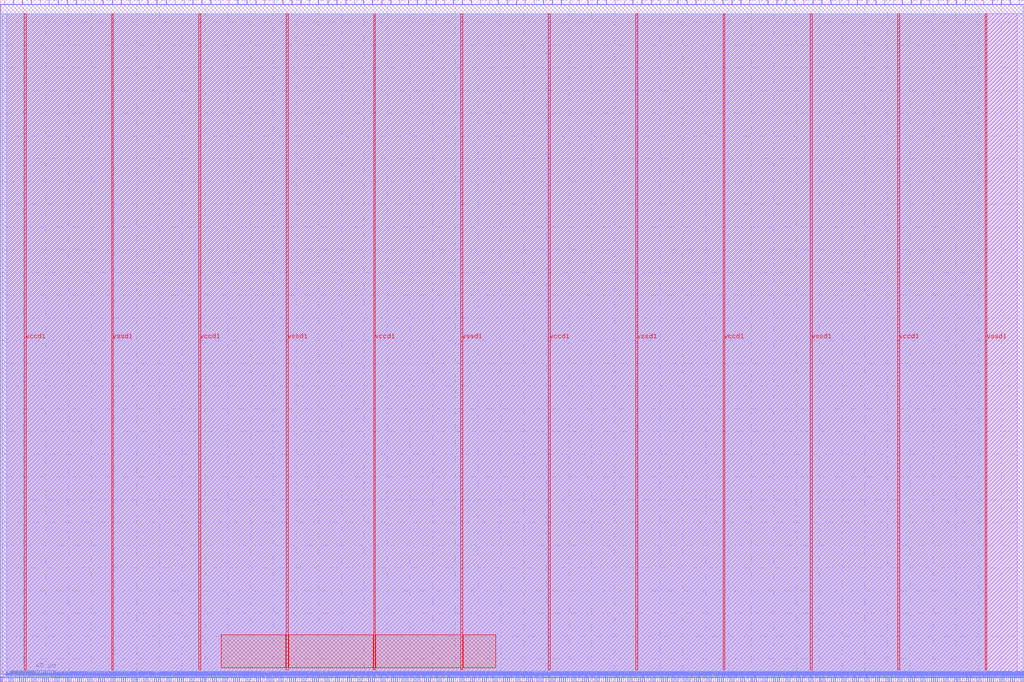
<source format=lef>
VERSION 5.7 ;
  NOWIREEXTENSIONATPIN ON ;
  DIVIDERCHAR "/" ;
  BUSBITCHARS "[]" ;
MACRO user_proj
  CLASS BLOCK ;
  FOREIGN user_proj ;
  ORIGIN 0.000 0.000 ;
  SIZE 900.000 BY 600.000 ;
  PIN io_in[0]
    DIRECTION INPUT ;
    USE SIGNAL ;
    PORT
      LAYER met2 ;
        RECT 3.770 596.000 4.050 600.000 ;
    END
  END io_in[0]
  PIN io_in[10]
    DIRECTION INPUT ;
    USE SIGNAL ;
    PORT
      LAYER met2 ;
        RECT 240.670 596.000 240.950 600.000 ;
    END
  END io_in[10]
  PIN io_in[11]
    DIRECTION INPUT ;
    USE SIGNAL ;
    PORT
      LAYER met2 ;
        RECT 264.130 596.000 264.410 600.000 ;
    END
  END io_in[11]
  PIN io_in[12]
    DIRECTION INPUT ;
    USE SIGNAL ;
    PORT
      LAYER met2 ;
        RECT 288.050 596.000 288.330 600.000 ;
    END
  END io_in[12]
  PIN io_in[13]
    DIRECTION INPUT ;
    USE SIGNAL ;
    PORT
      LAYER met2 ;
        RECT 311.510 596.000 311.790 600.000 ;
    END
  END io_in[13]
  PIN io_in[14]
    DIRECTION INPUT ;
    USE SIGNAL ;
    PORT
      LAYER met2 ;
        RECT 335.430 596.000 335.710 600.000 ;
    END
  END io_in[14]
  PIN io_in[15]
    DIRECTION INPUT ;
    USE SIGNAL ;
    PORT
      LAYER met2 ;
        RECT 358.890 596.000 359.170 600.000 ;
    END
  END io_in[15]
  PIN io_in[16]
    DIRECTION INPUT ;
    USE SIGNAL ;
    PORT
      LAYER met2 ;
        RECT 382.810 596.000 383.090 600.000 ;
    END
  END io_in[16]
  PIN io_in[17]
    DIRECTION INPUT ;
    USE SIGNAL ;
    PORT
      LAYER met2 ;
        RECT 406.270 596.000 406.550 600.000 ;
    END
  END io_in[17]
  PIN io_in[18]
    DIRECTION INPUT ;
    USE SIGNAL ;
    PORT
      LAYER met2 ;
        RECT 430.190 596.000 430.470 600.000 ;
    END
  END io_in[18]
  PIN io_in[19]
    DIRECTION INPUT ;
    USE SIGNAL ;
    PORT
      LAYER met2 ;
        RECT 453.650 596.000 453.930 600.000 ;
    END
  END io_in[19]
  PIN io_in[1]
    DIRECTION INPUT ;
    USE SIGNAL ;
    PORT
      LAYER met2 ;
        RECT 27.230 596.000 27.510 600.000 ;
    END
  END io_in[1]
  PIN io_in[20]
    DIRECTION INPUT ;
    USE SIGNAL ;
    PORT
      LAYER met2 ;
        RECT 477.570 596.000 477.850 600.000 ;
    END
  END io_in[20]
  PIN io_in[21]
    DIRECTION INPUT ;
    USE SIGNAL ;
    PORT
      LAYER met2 ;
        RECT 501.030 596.000 501.310 600.000 ;
    END
  END io_in[21]
  PIN io_in[22]
    DIRECTION INPUT ;
    USE SIGNAL ;
    PORT
      LAYER met2 ;
        RECT 524.950 596.000 525.230 600.000 ;
    END
  END io_in[22]
  PIN io_in[23]
    DIRECTION INPUT ;
    USE SIGNAL ;
    PORT
      LAYER met2 ;
        RECT 548.410 596.000 548.690 600.000 ;
    END
  END io_in[23]
  PIN io_in[24]
    DIRECTION INPUT ;
    USE SIGNAL ;
    PORT
      LAYER met2 ;
        RECT 572.330 596.000 572.610 600.000 ;
    END
  END io_in[24]
  PIN io_in[25]
    DIRECTION INPUT ;
    USE SIGNAL ;
    PORT
      LAYER met2 ;
        RECT 595.790 596.000 596.070 600.000 ;
    END
  END io_in[25]
  PIN io_in[26]
    DIRECTION INPUT ;
    USE SIGNAL ;
    PORT
      LAYER met2 ;
        RECT 619.710 596.000 619.990 600.000 ;
    END
  END io_in[26]
  PIN io_in[27]
    DIRECTION INPUT ;
    USE SIGNAL ;
    PORT
      LAYER met2 ;
        RECT 643.170 596.000 643.450 600.000 ;
    END
  END io_in[27]
  PIN io_in[28]
    DIRECTION INPUT ;
    USE SIGNAL ;
    PORT
      LAYER met2 ;
        RECT 667.090 596.000 667.370 600.000 ;
    END
  END io_in[28]
  PIN io_in[29]
    DIRECTION INPUT ;
    USE SIGNAL ;
    PORT
      LAYER met2 ;
        RECT 690.550 596.000 690.830 600.000 ;
    END
  END io_in[29]
  PIN io_in[2]
    DIRECTION INPUT ;
    USE SIGNAL ;
    PORT
      LAYER met2 ;
        RECT 51.150 596.000 51.430 600.000 ;
    END
  END io_in[2]
  PIN io_in[30]
    DIRECTION INPUT ;
    USE SIGNAL ;
    PORT
      LAYER met2 ;
        RECT 714.470 596.000 714.750 600.000 ;
    END
  END io_in[30]
  PIN io_in[31]
    DIRECTION INPUT ;
    USE SIGNAL ;
    PORT
      LAYER met2 ;
        RECT 737.930 596.000 738.210 600.000 ;
    END
  END io_in[31]
  PIN io_in[32]
    DIRECTION INPUT ;
    USE SIGNAL ;
    PORT
      LAYER met2 ;
        RECT 761.850 596.000 762.130 600.000 ;
    END
  END io_in[32]
  PIN io_in[33]
    DIRECTION INPUT ;
    USE SIGNAL ;
    PORT
      LAYER met2 ;
        RECT 785.310 596.000 785.590 600.000 ;
    END
  END io_in[33]
  PIN io_in[34]
    DIRECTION INPUT ;
    USE SIGNAL ;
    PORT
      LAYER met2 ;
        RECT 809.230 596.000 809.510 600.000 ;
    END
  END io_in[34]
  PIN io_in[35]
    DIRECTION INPUT ;
    USE SIGNAL ;
    PORT
      LAYER met2 ;
        RECT 832.690 596.000 832.970 600.000 ;
    END
  END io_in[35]
  PIN io_in[36]
    DIRECTION INPUT ;
    USE SIGNAL ;
    PORT
      LAYER met2 ;
        RECT 856.610 596.000 856.890 600.000 ;
    END
  END io_in[36]
  PIN io_in[37]
    DIRECTION INPUT ;
    USE SIGNAL ;
    PORT
      LAYER met2 ;
        RECT 880.070 596.000 880.350 600.000 ;
    END
  END io_in[37]
  PIN io_in[3]
    DIRECTION INPUT ;
    USE SIGNAL ;
    PORT
      LAYER met2 ;
        RECT 74.610 596.000 74.890 600.000 ;
    END
  END io_in[3]
  PIN io_in[4]
    DIRECTION INPUT ;
    USE SIGNAL ;
    PORT
      LAYER met2 ;
        RECT 98.530 596.000 98.810 600.000 ;
    END
  END io_in[4]
  PIN io_in[5]
    DIRECTION INPUT ;
    USE SIGNAL ;
    PORT
      LAYER met2 ;
        RECT 121.990 596.000 122.270 600.000 ;
    END
  END io_in[5]
  PIN io_in[6]
    DIRECTION INPUT ;
    USE SIGNAL ;
    PORT
      LAYER met2 ;
        RECT 145.910 596.000 146.190 600.000 ;
    END
  END io_in[6]
  PIN io_in[7]
    DIRECTION INPUT ;
    USE SIGNAL ;
    PORT
      LAYER met2 ;
        RECT 169.370 596.000 169.650 600.000 ;
    END
  END io_in[7]
  PIN io_in[8]
    DIRECTION INPUT ;
    USE SIGNAL ;
    PORT
      LAYER met2 ;
        RECT 193.290 596.000 193.570 600.000 ;
    END
  END io_in[8]
  PIN io_in[9]
    DIRECTION INPUT ;
    USE SIGNAL ;
    PORT
      LAYER met2 ;
        RECT 216.750 596.000 217.030 600.000 ;
    END
  END io_in[9]
  PIN io_oeb[0]
    DIRECTION OUTPUT TRISTATE ;
    USE SIGNAL ;
    PORT
      LAYER met2 ;
        RECT 11.590 596.000 11.870 600.000 ;
    END
  END io_oeb[0]
  PIN io_oeb[10]
    DIRECTION OUTPUT TRISTATE ;
    USE SIGNAL ;
    PORT
      LAYER met2 ;
        RECT 248.490 596.000 248.770 600.000 ;
    END
  END io_oeb[10]
  PIN io_oeb[11]
    DIRECTION OUTPUT TRISTATE ;
    USE SIGNAL ;
    PORT
      LAYER met2 ;
        RECT 271.950 596.000 272.230 600.000 ;
    END
  END io_oeb[11]
  PIN io_oeb[12]
    DIRECTION OUTPUT TRISTATE ;
    USE SIGNAL ;
    PORT
      LAYER met2 ;
        RECT 295.870 596.000 296.150 600.000 ;
    END
  END io_oeb[12]
  PIN io_oeb[13]
    DIRECTION OUTPUT TRISTATE ;
    USE SIGNAL ;
    PORT
      LAYER met2 ;
        RECT 319.330 596.000 319.610 600.000 ;
    END
  END io_oeb[13]
  PIN io_oeb[14]
    DIRECTION OUTPUT TRISTATE ;
    USE SIGNAL ;
    PORT
      LAYER met2 ;
        RECT 343.250 596.000 343.530 600.000 ;
    END
  END io_oeb[14]
  PIN io_oeb[15]
    DIRECTION OUTPUT TRISTATE ;
    USE SIGNAL ;
    PORT
      LAYER met2 ;
        RECT 366.710 596.000 366.990 600.000 ;
    END
  END io_oeb[15]
  PIN io_oeb[16]
    DIRECTION OUTPUT TRISTATE ;
    USE SIGNAL ;
    PORT
      LAYER met2 ;
        RECT 390.630 596.000 390.910 600.000 ;
    END
  END io_oeb[16]
  PIN io_oeb[17]
    DIRECTION OUTPUT TRISTATE ;
    USE SIGNAL ;
    PORT
      LAYER met2 ;
        RECT 414.090 596.000 414.370 600.000 ;
    END
  END io_oeb[17]
  PIN io_oeb[18]
    DIRECTION OUTPUT TRISTATE ;
    USE SIGNAL ;
    PORT
      LAYER met2 ;
        RECT 438.010 596.000 438.290 600.000 ;
    END
  END io_oeb[18]
  PIN io_oeb[19]
    DIRECTION OUTPUT TRISTATE ;
    USE SIGNAL ;
    PORT
      LAYER met2 ;
        RECT 461.470 596.000 461.750 600.000 ;
    END
  END io_oeb[19]
  PIN io_oeb[1]
    DIRECTION OUTPUT TRISTATE ;
    USE SIGNAL ;
    PORT
      LAYER met2 ;
        RECT 35.050 596.000 35.330 600.000 ;
    END
  END io_oeb[1]
  PIN io_oeb[20]
    DIRECTION OUTPUT TRISTATE ;
    USE SIGNAL ;
    PORT
      LAYER met2 ;
        RECT 485.390 596.000 485.670 600.000 ;
    END
  END io_oeb[20]
  PIN io_oeb[21]
    DIRECTION OUTPUT TRISTATE ;
    USE SIGNAL ;
    PORT
      LAYER met2 ;
        RECT 508.850 596.000 509.130 600.000 ;
    END
  END io_oeb[21]
  PIN io_oeb[22]
    DIRECTION OUTPUT TRISTATE ;
    USE SIGNAL ;
    PORT
      LAYER met2 ;
        RECT 532.770 596.000 533.050 600.000 ;
    END
  END io_oeb[22]
  PIN io_oeb[23]
    DIRECTION OUTPUT TRISTATE ;
    USE SIGNAL ;
    PORT
      LAYER met2 ;
        RECT 556.230 596.000 556.510 600.000 ;
    END
  END io_oeb[23]
  PIN io_oeb[24]
    DIRECTION OUTPUT TRISTATE ;
    USE SIGNAL ;
    PORT
      LAYER met2 ;
        RECT 580.150 596.000 580.430 600.000 ;
    END
  END io_oeb[24]
  PIN io_oeb[25]
    DIRECTION OUTPUT TRISTATE ;
    USE SIGNAL ;
    PORT
      LAYER met2 ;
        RECT 603.610 596.000 603.890 600.000 ;
    END
  END io_oeb[25]
  PIN io_oeb[26]
    DIRECTION OUTPUT TRISTATE ;
    USE SIGNAL ;
    PORT
      LAYER met2 ;
        RECT 627.530 596.000 627.810 600.000 ;
    END
  END io_oeb[26]
  PIN io_oeb[27]
    DIRECTION OUTPUT TRISTATE ;
    USE SIGNAL ;
    PORT
      LAYER met2 ;
        RECT 650.990 596.000 651.270 600.000 ;
    END
  END io_oeb[27]
  PIN io_oeb[28]
    DIRECTION OUTPUT TRISTATE ;
    USE SIGNAL ;
    PORT
      LAYER met2 ;
        RECT 674.910 596.000 675.190 600.000 ;
    END
  END io_oeb[28]
  PIN io_oeb[29]
    DIRECTION OUTPUT TRISTATE ;
    USE SIGNAL ;
    PORT
      LAYER met2 ;
        RECT 698.370 596.000 698.650 600.000 ;
    END
  END io_oeb[29]
  PIN io_oeb[2]
    DIRECTION OUTPUT TRISTATE ;
    USE SIGNAL ;
    PORT
      LAYER met2 ;
        RECT 58.970 596.000 59.250 600.000 ;
    END
  END io_oeb[2]
  PIN io_oeb[30]
    DIRECTION OUTPUT TRISTATE ;
    USE SIGNAL ;
    PORT
      LAYER met2 ;
        RECT 722.290 596.000 722.570 600.000 ;
    END
  END io_oeb[30]
  PIN io_oeb[31]
    DIRECTION OUTPUT TRISTATE ;
    USE SIGNAL ;
    PORT
      LAYER met2 ;
        RECT 745.750 596.000 746.030 600.000 ;
    END
  END io_oeb[31]
  PIN io_oeb[32]
    DIRECTION OUTPUT TRISTATE ;
    USE SIGNAL ;
    PORT
      LAYER met2 ;
        RECT 769.670 596.000 769.950 600.000 ;
    END
  END io_oeb[32]
  PIN io_oeb[33]
    DIRECTION OUTPUT TRISTATE ;
    USE SIGNAL ;
    PORT
      LAYER met2 ;
        RECT 793.130 596.000 793.410 600.000 ;
    END
  END io_oeb[33]
  PIN io_oeb[34]
    DIRECTION OUTPUT TRISTATE ;
    USE SIGNAL ;
    PORT
      LAYER met2 ;
        RECT 817.050 596.000 817.330 600.000 ;
    END
  END io_oeb[34]
  PIN io_oeb[35]
    DIRECTION OUTPUT TRISTATE ;
    USE SIGNAL ;
    PORT
      LAYER met2 ;
        RECT 840.510 596.000 840.790 600.000 ;
    END
  END io_oeb[35]
  PIN io_oeb[36]
    DIRECTION OUTPUT TRISTATE ;
    USE SIGNAL ;
    PORT
      LAYER met2 ;
        RECT 864.430 596.000 864.710 600.000 ;
    END
  END io_oeb[36]
  PIN io_oeb[37]
    DIRECTION OUTPUT TRISTATE ;
    USE SIGNAL ;
    PORT
      LAYER met2 ;
        RECT 887.890 596.000 888.170 600.000 ;
    END
  END io_oeb[37]
  PIN io_oeb[3]
    DIRECTION OUTPUT TRISTATE ;
    USE SIGNAL ;
    PORT
      LAYER met2 ;
        RECT 82.430 596.000 82.710 600.000 ;
    END
  END io_oeb[3]
  PIN io_oeb[4]
    DIRECTION OUTPUT TRISTATE ;
    USE SIGNAL ;
    PORT
      LAYER met2 ;
        RECT 106.350 596.000 106.630 600.000 ;
    END
  END io_oeb[4]
  PIN io_oeb[5]
    DIRECTION OUTPUT TRISTATE ;
    USE SIGNAL ;
    PORT
      LAYER met2 ;
        RECT 129.810 596.000 130.090 600.000 ;
    END
  END io_oeb[5]
  PIN io_oeb[6]
    DIRECTION OUTPUT TRISTATE ;
    USE SIGNAL ;
    PORT
      LAYER met2 ;
        RECT 153.730 596.000 154.010 600.000 ;
    END
  END io_oeb[6]
  PIN io_oeb[7]
    DIRECTION OUTPUT TRISTATE ;
    USE SIGNAL ;
    PORT
      LAYER met2 ;
        RECT 177.190 596.000 177.470 600.000 ;
    END
  END io_oeb[7]
  PIN io_oeb[8]
    DIRECTION OUTPUT TRISTATE ;
    USE SIGNAL ;
    PORT
      LAYER met2 ;
        RECT 201.110 596.000 201.390 600.000 ;
    END
  END io_oeb[8]
  PIN io_oeb[9]
    DIRECTION OUTPUT TRISTATE ;
    USE SIGNAL ;
    PORT
      LAYER met2 ;
        RECT 224.570 596.000 224.850 600.000 ;
    END
  END io_oeb[9]
  PIN io_out[0]
    DIRECTION OUTPUT TRISTATE ;
    USE SIGNAL ;
    PORT
      LAYER met2 ;
        RECT 19.410 596.000 19.690 600.000 ;
    END
  END io_out[0]
  PIN io_out[10]
    DIRECTION OUTPUT TRISTATE ;
    USE SIGNAL ;
    PORT
      LAYER met2 ;
        RECT 256.310 596.000 256.590 600.000 ;
    END
  END io_out[10]
  PIN io_out[11]
    DIRECTION OUTPUT TRISTATE ;
    USE SIGNAL ;
    PORT
      LAYER met2 ;
        RECT 279.770 596.000 280.050 600.000 ;
    END
  END io_out[11]
  PIN io_out[12]
    DIRECTION OUTPUT TRISTATE ;
    USE SIGNAL ;
    PORT
      LAYER met2 ;
        RECT 303.690 596.000 303.970 600.000 ;
    END
  END io_out[12]
  PIN io_out[13]
    DIRECTION OUTPUT TRISTATE ;
    USE SIGNAL ;
    PORT
      LAYER met2 ;
        RECT 327.150 596.000 327.430 600.000 ;
    END
  END io_out[13]
  PIN io_out[14]
    DIRECTION OUTPUT TRISTATE ;
    USE SIGNAL ;
    PORT
      LAYER met2 ;
        RECT 351.070 596.000 351.350 600.000 ;
    END
  END io_out[14]
  PIN io_out[15]
    DIRECTION OUTPUT TRISTATE ;
    USE SIGNAL ;
    PORT
      LAYER met2 ;
        RECT 374.530 596.000 374.810 600.000 ;
    END
  END io_out[15]
  PIN io_out[16]
    DIRECTION OUTPUT TRISTATE ;
    USE SIGNAL ;
    PORT
      LAYER met2 ;
        RECT 398.450 596.000 398.730 600.000 ;
    END
  END io_out[16]
  PIN io_out[17]
    DIRECTION OUTPUT TRISTATE ;
    USE SIGNAL ;
    PORT
      LAYER met2 ;
        RECT 421.910 596.000 422.190 600.000 ;
    END
  END io_out[17]
  PIN io_out[18]
    DIRECTION OUTPUT TRISTATE ;
    USE SIGNAL ;
    PORT
      LAYER met2 ;
        RECT 445.830 596.000 446.110 600.000 ;
    END
  END io_out[18]
  PIN io_out[19]
    DIRECTION OUTPUT TRISTATE ;
    USE SIGNAL ;
    PORT
      LAYER met2 ;
        RECT 469.290 596.000 469.570 600.000 ;
    END
  END io_out[19]
  PIN io_out[1]
    DIRECTION OUTPUT TRISTATE ;
    USE SIGNAL ;
    PORT
      LAYER met2 ;
        RECT 42.870 596.000 43.150 600.000 ;
    END
  END io_out[1]
  PIN io_out[20]
    DIRECTION OUTPUT TRISTATE ;
    USE SIGNAL ;
    PORT
      LAYER met2 ;
        RECT 493.210 596.000 493.490 600.000 ;
    END
  END io_out[20]
  PIN io_out[21]
    DIRECTION OUTPUT TRISTATE ;
    USE SIGNAL ;
    PORT
      LAYER met2 ;
        RECT 516.670 596.000 516.950 600.000 ;
    END
  END io_out[21]
  PIN io_out[22]
    DIRECTION OUTPUT TRISTATE ;
    USE SIGNAL ;
    PORT
      LAYER met2 ;
        RECT 540.590 596.000 540.870 600.000 ;
    END
  END io_out[22]
  PIN io_out[23]
    DIRECTION OUTPUT TRISTATE ;
    USE SIGNAL ;
    PORT
      LAYER met2 ;
        RECT 564.050 596.000 564.330 600.000 ;
    END
  END io_out[23]
  PIN io_out[24]
    DIRECTION OUTPUT TRISTATE ;
    USE SIGNAL ;
    PORT
      LAYER met2 ;
        RECT 587.970 596.000 588.250 600.000 ;
    END
  END io_out[24]
  PIN io_out[25]
    DIRECTION OUTPUT TRISTATE ;
    USE SIGNAL ;
    PORT
      LAYER met2 ;
        RECT 611.430 596.000 611.710 600.000 ;
    END
  END io_out[25]
  PIN io_out[26]
    DIRECTION OUTPUT TRISTATE ;
    USE SIGNAL ;
    PORT
      LAYER met2 ;
        RECT 635.350 596.000 635.630 600.000 ;
    END
  END io_out[26]
  PIN io_out[27]
    DIRECTION OUTPUT TRISTATE ;
    USE SIGNAL ;
    PORT
      LAYER met2 ;
        RECT 658.810 596.000 659.090 600.000 ;
    END
  END io_out[27]
  PIN io_out[28]
    DIRECTION OUTPUT TRISTATE ;
    USE SIGNAL ;
    PORT
      LAYER met2 ;
        RECT 682.730 596.000 683.010 600.000 ;
    END
  END io_out[28]
  PIN io_out[29]
    DIRECTION OUTPUT TRISTATE ;
    USE SIGNAL ;
    PORT
      LAYER met2 ;
        RECT 706.190 596.000 706.470 600.000 ;
    END
  END io_out[29]
  PIN io_out[2]
    DIRECTION OUTPUT TRISTATE ;
    USE SIGNAL ;
    PORT
      LAYER met2 ;
        RECT 66.790 596.000 67.070 600.000 ;
    END
  END io_out[2]
  PIN io_out[30]
    DIRECTION OUTPUT TRISTATE ;
    USE SIGNAL ;
    PORT
      LAYER met2 ;
        RECT 730.110 596.000 730.390 600.000 ;
    END
  END io_out[30]
  PIN io_out[31]
    DIRECTION OUTPUT TRISTATE ;
    USE SIGNAL ;
    PORT
      LAYER met2 ;
        RECT 753.570 596.000 753.850 600.000 ;
    END
  END io_out[31]
  PIN io_out[32]
    DIRECTION OUTPUT TRISTATE ;
    USE SIGNAL ;
    PORT
      LAYER met2 ;
        RECT 777.490 596.000 777.770 600.000 ;
    END
  END io_out[32]
  PIN io_out[33]
    DIRECTION OUTPUT TRISTATE ;
    USE SIGNAL ;
    PORT
      LAYER met2 ;
        RECT 800.950 596.000 801.230 600.000 ;
    END
  END io_out[33]
  PIN io_out[34]
    DIRECTION OUTPUT TRISTATE ;
    USE SIGNAL ;
    PORT
      LAYER met2 ;
        RECT 824.870 596.000 825.150 600.000 ;
    END
  END io_out[34]
  PIN io_out[35]
    DIRECTION OUTPUT TRISTATE ;
    USE SIGNAL ;
    PORT
      LAYER met2 ;
        RECT 848.330 596.000 848.610 600.000 ;
    END
  END io_out[35]
  PIN io_out[36]
    DIRECTION OUTPUT TRISTATE ;
    USE SIGNAL ;
    PORT
      LAYER met2 ;
        RECT 872.250 596.000 872.530 600.000 ;
    END
  END io_out[36]
  PIN io_out[37]
    DIRECTION OUTPUT TRISTATE ;
    USE SIGNAL ;
    PORT
      LAYER met2 ;
        RECT 895.710 596.000 895.990 600.000 ;
    END
  END io_out[37]
  PIN io_out[3]
    DIRECTION OUTPUT TRISTATE ;
    USE SIGNAL ;
    PORT
      LAYER met2 ;
        RECT 90.250 596.000 90.530 600.000 ;
    END
  END io_out[3]
  PIN io_out[4]
    DIRECTION OUTPUT TRISTATE ;
    USE SIGNAL ;
    PORT
      LAYER met2 ;
        RECT 114.170 596.000 114.450 600.000 ;
    END
  END io_out[4]
  PIN io_out[5]
    DIRECTION OUTPUT TRISTATE ;
    USE SIGNAL ;
    PORT
      LAYER met2 ;
        RECT 137.630 596.000 137.910 600.000 ;
    END
  END io_out[5]
  PIN io_out[6]
    DIRECTION OUTPUT TRISTATE ;
    USE SIGNAL ;
    PORT
      LAYER met2 ;
        RECT 161.550 596.000 161.830 600.000 ;
    END
  END io_out[6]
  PIN io_out[7]
    DIRECTION OUTPUT TRISTATE ;
    USE SIGNAL ;
    PORT
      LAYER met2 ;
        RECT 185.010 596.000 185.290 600.000 ;
    END
  END io_out[7]
  PIN io_out[8]
    DIRECTION OUTPUT TRISTATE ;
    USE SIGNAL ;
    PORT
      LAYER met2 ;
        RECT 208.930 596.000 209.210 600.000 ;
    END
  END io_out[8]
  PIN io_out[9]
    DIRECTION OUTPUT TRISTATE ;
    USE SIGNAL ;
    PORT
      LAYER met2 ;
        RECT 232.390 596.000 232.670 600.000 ;
    END
  END io_out[9]
  PIN irq[0]
    DIRECTION OUTPUT TRISTATE ;
    USE SIGNAL ;
    PORT
      LAYER met2 ;
        RECT 895.250 0.000 895.530 4.000 ;
    END
  END irq[0]
  PIN irq[1]
    DIRECTION OUTPUT TRISTATE ;
    USE SIGNAL ;
    PORT
      LAYER met2 ;
        RECT 897.090 0.000 897.370 4.000 ;
    END
  END irq[1]
  PIN irq[2]
    DIRECTION OUTPUT TRISTATE ;
    USE SIGNAL ;
    PORT
      LAYER met2 ;
        RECT 898.930 0.000 899.210 4.000 ;
    END
  END irq[2]
  PIN la_data_in[0]
    DIRECTION INPUT ;
    USE SIGNAL ;
    PORT
      LAYER met2 ;
        RECT 193.750 0.000 194.030 4.000 ;
    END
  END la_data_in[0]
  PIN la_data_in[100]
    DIRECTION INPUT ;
    USE SIGNAL ;
    PORT
      LAYER met2 ;
        RECT 741.610 0.000 741.890 4.000 ;
    END
  END la_data_in[100]
  PIN la_data_in[101]
    DIRECTION INPUT ;
    USE SIGNAL ;
    PORT
      LAYER met2 ;
        RECT 747.130 0.000 747.410 4.000 ;
    END
  END la_data_in[101]
  PIN la_data_in[102]
    DIRECTION INPUT ;
    USE SIGNAL ;
    PORT
      LAYER met2 ;
        RECT 752.650 0.000 752.930 4.000 ;
    END
  END la_data_in[102]
  PIN la_data_in[103]
    DIRECTION INPUT ;
    USE SIGNAL ;
    PORT
      LAYER met2 ;
        RECT 758.170 0.000 758.450 4.000 ;
    END
  END la_data_in[103]
  PIN la_data_in[104]
    DIRECTION INPUT ;
    USE SIGNAL ;
    PORT
      LAYER met2 ;
        RECT 763.690 0.000 763.970 4.000 ;
    END
  END la_data_in[104]
  PIN la_data_in[105]
    DIRECTION INPUT ;
    USE SIGNAL ;
    PORT
      LAYER met2 ;
        RECT 769.210 0.000 769.490 4.000 ;
    END
  END la_data_in[105]
  PIN la_data_in[106]
    DIRECTION INPUT ;
    USE SIGNAL ;
    PORT
      LAYER met2 ;
        RECT 774.730 0.000 775.010 4.000 ;
    END
  END la_data_in[106]
  PIN la_data_in[107]
    DIRECTION INPUT ;
    USE SIGNAL ;
    PORT
      LAYER met2 ;
        RECT 780.250 0.000 780.530 4.000 ;
    END
  END la_data_in[107]
  PIN la_data_in[108]
    DIRECTION INPUT ;
    USE SIGNAL ;
    PORT
      LAYER met2 ;
        RECT 785.310 0.000 785.590 4.000 ;
    END
  END la_data_in[108]
  PIN la_data_in[109]
    DIRECTION INPUT ;
    USE SIGNAL ;
    PORT
      LAYER met2 ;
        RECT 790.830 0.000 791.110 4.000 ;
    END
  END la_data_in[109]
  PIN la_data_in[10]
    DIRECTION INPUT ;
    USE SIGNAL ;
    PORT
      LAYER met2 ;
        RECT 248.490 0.000 248.770 4.000 ;
    END
  END la_data_in[10]
  PIN la_data_in[110]
    DIRECTION INPUT ;
    USE SIGNAL ;
    PORT
      LAYER met2 ;
        RECT 796.350 0.000 796.630 4.000 ;
    END
  END la_data_in[110]
  PIN la_data_in[111]
    DIRECTION INPUT ;
    USE SIGNAL ;
    PORT
      LAYER met2 ;
        RECT 801.870 0.000 802.150 4.000 ;
    END
  END la_data_in[111]
  PIN la_data_in[112]
    DIRECTION INPUT ;
    USE SIGNAL ;
    PORT
      LAYER met2 ;
        RECT 807.390 0.000 807.670 4.000 ;
    END
  END la_data_in[112]
  PIN la_data_in[113]
    DIRECTION INPUT ;
    USE SIGNAL ;
    PORT
      LAYER met2 ;
        RECT 812.910 0.000 813.190 4.000 ;
    END
  END la_data_in[113]
  PIN la_data_in[114]
    DIRECTION INPUT ;
    USE SIGNAL ;
    PORT
      LAYER met2 ;
        RECT 818.430 0.000 818.710 4.000 ;
    END
  END la_data_in[114]
  PIN la_data_in[115]
    DIRECTION INPUT ;
    USE SIGNAL ;
    PORT
      LAYER met2 ;
        RECT 823.950 0.000 824.230 4.000 ;
    END
  END la_data_in[115]
  PIN la_data_in[116]
    DIRECTION INPUT ;
    USE SIGNAL ;
    PORT
      LAYER met2 ;
        RECT 829.470 0.000 829.750 4.000 ;
    END
  END la_data_in[116]
  PIN la_data_in[117]
    DIRECTION INPUT ;
    USE SIGNAL ;
    PORT
      LAYER met2 ;
        RECT 834.990 0.000 835.270 4.000 ;
    END
  END la_data_in[117]
  PIN la_data_in[118]
    DIRECTION INPUT ;
    USE SIGNAL ;
    PORT
      LAYER met2 ;
        RECT 840.510 0.000 840.790 4.000 ;
    END
  END la_data_in[118]
  PIN la_data_in[119]
    DIRECTION INPUT ;
    USE SIGNAL ;
    PORT
      LAYER met2 ;
        RECT 845.570 0.000 845.850 4.000 ;
    END
  END la_data_in[119]
  PIN la_data_in[11]
    DIRECTION INPUT ;
    USE SIGNAL ;
    PORT
      LAYER met2 ;
        RECT 254.010 0.000 254.290 4.000 ;
    END
  END la_data_in[11]
  PIN la_data_in[120]
    DIRECTION INPUT ;
    USE SIGNAL ;
    PORT
      LAYER met2 ;
        RECT 851.090 0.000 851.370 4.000 ;
    END
  END la_data_in[120]
  PIN la_data_in[121]
    DIRECTION INPUT ;
    USE SIGNAL ;
    PORT
      LAYER met2 ;
        RECT 856.610 0.000 856.890 4.000 ;
    END
  END la_data_in[121]
  PIN la_data_in[122]
    DIRECTION INPUT ;
    USE SIGNAL ;
    PORT
      LAYER met2 ;
        RECT 862.130 0.000 862.410 4.000 ;
    END
  END la_data_in[122]
  PIN la_data_in[123]
    DIRECTION INPUT ;
    USE SIGNAL ;
    PORT
      LAYER met2 ;
        RECT 867.650 0.000 867.930 4.000 ;
    END
  END la_data_in[123]
  PIN la_data_in[124]
    DIRECTION INPUT ;
    USE SIGNAL ;
    PORT
      LAYER met2 ;
        RECT 873.170 0.000 873.450 4.000 ;
    END
  END la_data_in[124]
  PIN la_data_in[125]
    DIRECTION INPUT ;
    USE SIGNAL ;
    PORT
      LAYER met2 ;
        RECT 878.690 0.000 878.970 4.000 ;
    END
  END la_data_in[125]
  PIN la_data_in[126]
    DIRECTION INPUT ;
    USE SIGNAL ;
    PORT
      LAYER met2 ;
        RECT 884.210 0.000 884.490 4.000 ;
    END
  END la_data_in[126]
  PIN la_data_in[127]
    DIRECTION INPUT ;
    USE SIGNAL ;
    PORT
      LAYER met2 ;
        RECT 889.730 0.000 890.010 4.000 ;
    END
  END la_data_in[127]
  PIN la_data_in[12]
    DIRECTION INPUT ;
    USE SIGNAL ;
    PORT
      LAYER met2 ;
        RECT 259.530 0.000 259.810 4.000 ;
    END
  END la_data_in[12]
  PIN la_data_in[13]
    DIRECTION INPUT ;
    USE SIGNAL ;
    PORT
      LAYER met2 ;
        RECT 265.050 0.000 265.330 4.000 ;
    END
  END la_data_in[13]
  PIN la_data_in[14]
    DIRECTION INPUT ;
    USE SIGNAL ;
    PORT
      LAYER met2 ;
        RECT 270.570 0.000 270.850 4.000 ;
    END
  END la_data_in[14]
  PIN la_data_in[15]
    DIRECTION INPUT ;
    USE SIGNAL ;
    PORT
      LAYER met2 ;
        RECT 276.090 0.000 276.370 4.000 ;
    END
  END la_data_in[15]
  PIN la_data_in[16]
    DIRECTION INPUT ;
    USE SIGNAL ;
    PORT
      LAYER met2 ;
        RECT 281.610 0.000 281.890 4.000 ;
    END
  END la_data_in[16]
  PIN la_data_in[17]
    DIRECTION INPUT ;
    USE SIGNAL ;
    PORT
      LAYER met2 ;
        RECT 287.130 0.000 287.410 4.000 ;
    END
  END la_data_in[17]
  PIN la_data_in[18]
    DIRECTION INPUT ;
    USE SIGNAL ;
    PORT
      LAYER met2 ;
        RECT 292.650 0.000 292.930 4.000 ;
    END
  END la_data_in[18]
  PIN la_data_in[19]
    DIRECTION INPUT ;
    USE SIGNAL ;
    PORT
      LAYER met2 ;
        RECT 298.170 0.000 298.450 4.000 ;
    END
  END la_data_in[19]
  PIN la_data_in[1]
    DIRECTION INPUT ;
    USE SIGNAL ;
    PORT
      LAYER met2 ;
        RECT 199.270 0.000 199.550 4.000 ;
    END
  END la_data_in[1]
  PIN la_data_in[20]
    DIRECTION INPUT ;
    USE SIGNAL ;
    PORT
      LAYER met2 ;
        RECT 303.230 0.000 303.510 4.000 ;
    END
  END la_data_in[20]
  PIN la_data_in[21]
    DIRECTION INPUT ;
    USE SIGNAL ;
    PORT
      LAYER met2 ;
        RECT 308.750 0.000 309.030 4.000 ;
    END
  END la_data_in[21]
  PIN la_data_in[22]
    DIRECTION INPUT ;
    USE SIGNAL ;
    PORT
      LAYER met2 ;
        RECT 314.270 0.000 314.550 4.000 ;
    END
  END la_data_in[22]
  PIN la_data_in[23]
    DIRECTION INPUT ;
    USE SIGNAL ;
    PORT
      LAYER met2 ;
        RECT 319.790 0.000 320.070 4.000 ;
    END
  END la_data_in[23]
  PIN la_data_in[24]
    DIRECTION INPUT ;
    USE SIGNAL ;
    PORT
      LAYER met2 ;
        RECT 325.310 0.000 325.590 4.000 ;
    END
  END la_data_in[24]
  PIN la_data_in[25]
    DIRECTION INPUT ;
    USE SIGNAL ;
    PORT
      LAYER met2 ;
        RECT 330.830 0.000 331.110 4.000 ;
    END
  END la_data_in[25]
  PIN la_data_in[26]
    DIRECTION INPUT ;
    USE SIGNAL ;
    PORT
      LAYER met2 ;
        RECT 336.350 0.000 336.630 4.000 ;
    END
  END la_data_in[26]
  PIN la_data_in[27]
    DIRECTION INPUT ;
    USE SIGNAL ;
    PORT
      LAYER met2 ;
        RECT 341.870 0.000 342.150 4.000 ;
    END
  END la_data_in[27]
  PIN la_data_in[28]
    DIRECTION INPUT ;
    USE SIGNAL ;
    PORT
      LAYER met2 ;
        RECT 347.390 0.000 347.670 4.000 ;
    END
  END la_data_in[28]
  PIN la_data_in[29]
    DIRECTION INPUT ;
    USE SIGNAL ;
    PORT
      LAYER met2 ;
        RECT 352.910 0.000 353.190 4.000 ;
    END
  END la_data_in[29]
  PIN la_data_in[2]
    DIRECTION INPUT ;
    USE SIGNAL ;
    PORT
      LAYER met2 ;
        RECT 204.790 0.000 205.070 4.000 ;
    END
  END la_data_in[2]
  PIN la_data_in[30]
    DIRECTION INPUT ;
    USE SIGNAL ;
    PORT
      LAYER met2 ;
        RECT 358.430 0.000 358.710 4.000 ;
    END
  END la_data_in[30]
  PIN la_data_in[31]
    DIRECTION INPUT ;
    USE SIGNAL ;
    PORT
      LAYER met2 ;
        RECT 363.490 0.000 363.770 4.000 ;
    END
  END la_data_in[31]
  PIN la_data_in[32]
    DIRECTION INPUT ;
    USE SIGNAL ;
    PORT
      LAYER met2 ;
        RECT 369.010 0.000 369.290 4.000 ;
    END
  END la_data_in[32]
  PIN la_data_in[33]
    DIRECTION INPUT ;
    USE SIGNAL ;
    PORT
      LAYER met2 ;
        RECT 374.530 0.000 374.810 4.000 ;
    END
  END la_data_in[33]
  PIN la_data_in[34]
    DIRECTION INPUT ;
    USE SIGNAL ;
    PORT
      LAYER met2 ;
        RECT 380.050 0.000 380.330 4.000 ;
    END
  END la_data_in[34]
  PIN la_data_in[35]
    DIRECTION INPUT ;
    USE SIGNAL ;
    PORT
      LAYER met2 ;
        RECT 385.570 0.000 385.850 4.000 ;
    END
  END la_data_in[35]
  PIN la_data_in[36]
    DIRECTION INPUT ;
    USE SIGNAL ;
    PORT
      LAYER met2 ;
        RECT 391.090 0.000 391.370 4.000 ;
    END
  END la_data_in[36]
  PIN la_data_in[37]
    DIRECTION INPUT ;
    USE SIGNAL ;
    PORT
      LAYER met2 ;
        RECT 396.610 0.000 396.890 4.000 ;
    END
  END la_data_in[37]
  PIN la_data_in[38]
    DIRECTION INPUT ;
    USE SIGNAL ;
    PORT
      LAYER met2 ;
        RECT 402.130 0.000 402.410 4.000 ;
    END
  END la_data_in[38]
  PIN la_data_in[39]
    DIRECTION INPUT ;
    USE SIGNAL ;
    PORT
      LAYER met2 ;
        RECT 407.650 0.000 407.930 4.000 ;
    END
  END la_data_in[39]
  PIN la_data_in[3]
    DIRECTION INPUT ;
    USE SIGNAL ;
    PORT
      LAYER met2 ;
        RECT 210.310 0.000 210.590 4.000 ;
    END
  END la_data_in[3]
  PIN la_data_in[40]
    DIRECTION INPUT ;
    USE SIGNAL ;
    PORT
      LAYER met2 ;
        RECT 413.170 0.000 413.450 4.000 ;
    END
  END la_data_in[40]
  PIN la_data_in[41]
    DIRECTION INPUT ;
    USE SIGNAL ;
    PORT
      LAYER met2 ;
        RECT 418.690 0.000 418.970 4.000 ;
    END
  END la_data_in[41]
  PIN la_data_in[42]
    DIRECTION INPUT ;
    USE SIGNAL ;
    PORT
      LAYER met2 ;
        RECT 423.750 0.000 424.030 4.000 ;
    END
  END la_data_in[42]
  PIN la_data_in[43]
    DIRECTION INPUT ;
    USE SIGNAL ;
    PORT
      LAYER met2 ;
        RECT 429.270 0.000 429.550 4.000 ;
    END
  END la_data_in[43]
  PIN la_data_in[44]
    DIRECTION INPUT ;
    USE SIGNAL ;
    PORT
      LAYER met2 ;
        RECT 434.790 0.000 435.070 4.000 ;
    END
  END la_data_in[44]
  PIN la_data_in[45]
    DIRECTION INPUT ;
    USE SIGNAL ;
    PORT
      LAYER met2 ;
        RECT 440.310 0.000 440.590 4.000 ;
    END
  END la_data_in[45]
  PIN la_data_in[46]
    DIRECTION INPUT ;
    USE SIGNAL ;
    PORT
      LAYER met2 ;
        RECT 445.830 0.000 446.110 4.000 ;
    END
  END la_data_in[46]
  PIN la_data_in[47]
    DIRECTION INPUT ;
    USE SIGNAL ;
    PORT
      LAYER met2 ;
        RECT 451.350 0.000 451.630 4.000 ;
    END
  END la_data_in[47]
  PIN la_data_in[48]
    DIRECTION INPUT ;
    USE SIGNAL ;
    PORT
      LAYER met2 ;
        RECT 456.870 0.000 457.150 4.000 ;
    END
  END la_data_in[48]
  PIN la_data_in[49]
    DIRECTION INPUT ;
    USE SIGNAL ;
    PORT
      LAYER met2 ;
        RECT 462.390 0.000 462.670 4.000 ;
    END
  END la_data_in[49]
  PIN la_data_in[4]
    DIRECTION INPUT ;
    USE SIGNAL ;
    PORT
      LAYER met2 ;
        RECT 215.830 0.000 216.110 4.000 ;
    END
  END la_data_in[4]
  PIN la_data_in[50]
    DIRECTION INPUT ;
    USE SIGNAL ;
    PORT
      LAYER met2 ;
        RECT 467.910 0.000 468.190 4.000 ;
    END
  END la_data_in[50]
  PIN la_data_in[51]
    DIRECTION INPUT ;
    USE SIGNAL ;
    PORT
      LAYER met2 ;
        RECT 473.430 0.000 473.710 4.000 ;
    END
  END la_data_in[51]
  PIN la_data_in[52]
    DIRECTION INPUT ;
    USE SIGNAL ;
    PORT
      LAYER met2 ;
        RECT 478.950 0.000 479.230 4.000 ;
    END
  END la_data_in[52]
  PIN la_data_in[53]
    DIRECTION INPUT ;
    USE SIGNAL ;
    PORT
      LAYER met2 ;
        RECT 484.010 0.000 484.290 4.000 ;
    END
  END la_data_in[53]
  PIN la_data_in[54]
    DIRECTION INPUT ;
    USE SIGNAL ;
    PORT
      LAYER met2 ;
        RECT 489.530 0.000 489.810 4.000 ;
    END
  END la_data_in[54]
  PIN la_data_in[55]
    DIRECTION INPUT ;
    USE SIGNAL ;
    PORT
      LAYER met2 ;
        RECT 495.050 0.000 495.330 4.000 ;
    END
  END la_data_in[55]
  PIN la_data_in[56]
    DIRECTION INPUT ;
    USE SIGNAL ;
    PORT
      LAYER met2 ;
        RECT 500.570 0.000 500.850 4.000 ;
    END
  END la_data_in[56]
  PIN la_data_in[57]
    DIRECTION INPUT ;
    USE SIGNAL ;
    PORT
      LAYER met2 ;
        RECT 506.090 0.000 506.370 4.000 ;
    END
  END la_data_in[57]
  PIN la_data_in[58]
    DIRECTION INPUT ;
    USE SIGNAL ;
    PORT
      LAYER met2 ;
        RECT 511.610 0.000 511.890 4.000 ;
    END
  END la_data_in[58]
  PIN la_data_in[59]
    DIRECTION INPUT ;
    USE SIGNAL ;
    PORT
      LAYER met2 ;
        RECT 517.130 0.000 517.410 4.000 ;
    END
  END la_data_in[59]
  PIN la_data_in[5]
    DIRECTION INPUT ;
    USE SIGNAL ;
    PORT
      LAYER met2 ;
        RECT 221.350 0.000 221.630 4.000 ;
    END
  END la_data_in[5]
  PIN la_data_in[60]
    DIRECTION INPUT ;
    USE SIGNAL ;
    PORT
      LAYER met2 ;
        RECT 522.650 0.000 522.930 4.000 ;
    END
  END la_data_in[60]
  PIN la_data_in[61]
    DIRECTION INPUT ;
    USE SIGNAL ;
    PORT
      LAYER met2 ;
        RECT 528.170 0.000 528.450 4.000 ;
    END
  END la_data_in[61]
  PIN la_data_in[62]
    DIRECTION INPUT ;
    USE SIGNAL ;
    PORT
      LAYER met2 ;
        RECT 533.690 0.000 533.970 4.000 ;
    END
  END la_data_in[62]
  PIN la_data_in[63]
    DIRECTION INPUT ;
    USE SIGNAL ;
    PORT
      LAYER met2 ;
        RECT 539.210 0.000 539.490 4.000 ;
    END
  END la_data_in[63]
  PIN la_data_in[64]
    DIRECTION INPUT ;
    USE SIGNAL ;
    PORT
      LAYER met2 ;
        RECT 544.270 0.000 544.550 4.000 ;
    END
  END la_data_in[64]
  PIN la_data_in[65]
    DIRECTION INPUT ;
    USE SIGNAL ;
    PORT
      LAYER met2 ;
        RECT 549.790 0.000 550.070 4.000 ;
    END
  END la_data_in[65]
  PIN la_data_in[66]
    DIRECTION INPUT ;
    USE SIGNAL ;
    PORT
      LAYER met2 ;
        RECT 555.310 0.000 555.590 4.000 ;
    END
  END la_data_in[66]
  PIN la_data_in[67]
    DIRECTION INPUT ;
    USE SIGNAL ;
    PORT
      LAYER met2 ;
        RECT 560.830 0.000 561.110 4.000 ;
    END
  END la_data_in[67]
  PIN la_data_in[68]
    DIRECTION INPUT ;
    USE SIGNAL ;
    PORT
      LAYER met2 ;
        RECT 566.350 0.000 566.630 4.000 ;
    END
  END la_data_in[68]
  PIN la_data_in[69]
    DIRECTION INPUT ;
    USE SIGNAL ;
    PORT
      LAYER met2 ;
        RECT 571.870 0.000 572.150 4.000 ;
    END
  END la_data_in[69]
  PIN la_data_in[6]
    DIRECTION INPUT ;
    USE SIGNAL ;
    PORT
      LAYER met2 ;
        RECT 226.870 0.000 227.150 4.000 ;
    END
  END la_data_in[6]
  PIN la_data_in[70]
    DIRECTION INPUT ;
    USE SIGNAL ;
    PORT
      LAYER met2 ;
        RECT 577.390 0.000 577.670 4.000 ;
    END
  END la_data_in[70]
  PIN la_data_in[71]
    DIRECTION INPUT ;
    USE SIGNAL ;
    PORT
      LAYER met2 ;
        RECT 582.910 0.000 583.190 4.000 ;
    END
  END la_data_in[71]
  PIN la_data_in[72]
    DIRECTION INPUT ;
    USE SIGNAL ;
    PORT
      LAYER met2 ;
        RECT 588.430 0.000 588.710 4.000 ;
    END
  END la_data_in[72]
  PIN la_data_in[73]
    DIRECTION INPUT ;
    USE SIGNAL ;
    PORT
      LAYER met2 ;
        RECT 593.950 0.000 594.230 4.000 ;
    END
  END la_data_in[73]
  PIN la_data_in[74]
    DIRECTION INPUT ;
    USE SIGNAL ;
    PORT
      LAYER met2 ;
        RECT 599.470 0.000 599.750 4.000 ;
    END
  END la_data_in[74]
  PIN la_data_in[75]
    DIRECTION INPUT ;
    USE SIGNAL ;
    PORT
      LAYER met2 ;
        RECT 604.530 0.000 604.810 4.000 ;
    END
  END la_data_in[75]
  PIN la_data_in[76]
    DIRECTION INPUT ;
    USE SIGNAL ;
    PORT
      LAYER met2 ;
        RECT 610.050 0.000 610.330 4.000 ;
    END
  END la_data_in[76]
  PIN la_data_in[77]
    DIRECTION INPUT ;
    USE SIGNAL ;
    PORT
      LAYER met2 ;
        RECT 615.570 0.000 615.850 4.000 ;
    END
  END la_data_in[77]
  PIN la_data_in[78]
    DIRECTION INPUT ;
    USE SIGNAL ;
    PORT
      LAYER met2 ;
        RECT 621.090 0.000 621.370 4.000 ;
    END
  END la_data_in[78]
  PIN la_data_in[79]
    DIRECTION INPUT ;
    USE SIGNAL ;
    PORT
      LAYER met2 ;
        RECT 626.610 0.000 626.890 4.000 ;
    END
  END la_data_in[79]
  PIN la_data_in[7]
    DIRECTION INPUT ;
    USE SIGNAL ;
    PORT
      LAYER met2 ;
        RECT 232.390 0.000 232.670 4.000 ;
    END
  END la_data_in[7]
  PIN la_data_in[80]
    DIRECTION INPUT ;
    USE SIGNAL ;
    PORT
      LAYER met2 ;
        RECT 632.130 0.000 632.410 4.000 ;
    END
  END la_data_in[80]
  PIN la_data_in[81]
    DIRECTION INPUT ;
    USE SIGNAL ;
    PORT
      LAYER met2 ;
        RECT 637.650 0.000 637.930 4.000 ;
    END
  END la_data_in[81]
  PIN la_data_in[82]
    DIRECTION INPUT ;
    USE SIGNAL ;
    PORT
      LAYER met2 ;
        RECT 643.170 0.000 643.450 4.000 ;
    END
  END la_data_in[82]
  PIN la_data_in[83]
    DIRECTION INPUT ;
    USE SIGNAL ;
    PORT
      LAYER met2 ;
        RECT 648.690 0.000 648.970 4.000 ;
    END
  END la_data_in[83]
  PIN la_data_in[84]
    DIRECTION INPUT ;
    USE SIGNAL ;
    PORT
      LAYER met2 ;
        RECT 654.210 0.000 654.490 4.000 ;
    END
  END la_data_in[84]
  PIN la_data_in[85]
    DIRECTION INPUT ;
    USE SIGNAL ;
    PORT
      LAYER met2 ;
        RECT 659.730 0.000 660.010 4.000 ;
    END
  END la_data_in[85]
  PIN la_data_in[86]
    DIRECTION INPUT ;
    USE SIGNAL ;
    PORT
      LAYER met2 ;
        RECT 664.790 0.000 665.070 4.000 ;
    END
  END la_data_in[86]
  PIN la_data_in[87]
    DIRECTION INPUT ;
    USE SIGNAL ;
    PORT
      LAYER met2 ;
        RECT 670.310 0.000 670.590 4.000 ;
    END
  END la_data_in[87]
  PIN la_data_in[88]
    DIRECTION INPUT ;
    USE SIGNAL ;
    PORT
      LAYER met2 ;
        RECT 675.830 0.000 676.110 4.000 ;
    END
  END la_data_in[88]
  PIN la_data_in[89]
    DIRECTION INPUT ;
    USE SIGNAL ;
    PORT
      LAYER met2 ;
        RECT 681.350 0.000 681.630 4.000 ;
    END
  END la_data_in[89]
  PIN la_data_in[8]
    DIRECTION INPUT ;
    USE SIGNAL ;
    PORT
      LAYER met2 ;
        RECT 237.910 0.000 238.190 4.000 ;
    END
  END la_data_in[8]
  PIN la_data_in[90]
    DIRECTION INPUT ;
    USE SIGNAL ;
    PORT
      LAYER met2 ;
        RECT 686.870 0.000 687.150 4.000 ;
    END
  END la_data_in[90]
  PIN la_data_in[91]
    DIRECTION INPUT ;
    USE SIGNAL ;
    PORT
      LAYER met2 ;
        RECT 692.390 0.000 692.670 4.000 ;
    END
  END la_data_in[91]
  PIN la_data_in[92]
    DIRECTION INPUT ;
    USE SIGNAL ;
    PORT
      LAYER met2 ;
        RECT 697.910 0.000 698.190 4.000 ;
    END
  END la_data_in[92]
  PIN la_data_in[93]
    DIRECTION INPUT ;
    USE SIGNAL ;
    PORT
      LAYER met2 ;
        RECT 703.430 0.000 703.710 4.000 ;
    END
  END la_data_in[93]
  PIN la_data_in[94]
    DIRECTION INPUT ;
    USE SIGNAL ;
    PORT
      LAYER met2 ;
        RECT 708.950 0.000 709.230 4.000 ;
    END
  END la_data_in[94]
  PIN la_data_in[95]
    DIRECTION INPUT ;
    USE SIGNAL ;
    PORT
      LAYER met2 ;
        RECT 714.470 0.000 714.750 4.000 ;
    END
  END la_data_in[95]
  PIN la_data_in[96]
    DIRECTION INPUT ;
    USE SIGNAL ;
    PORT
      LAYER met2 ;
        RECT 719.990 0.000 720.270 4.000 ;
    END
  END la_data_in[96]
  PIN la_data_in[97]
    DIRECTION INPUT ;
    USE SIGNAL ;
    PORT
      LAYER met2 ;
        RECT 725.050 0.000 725.330 4.000 ;
    END
  END la_data_in[97]
  PIN la_data_in[98]
    DIRECTION INPUT ;
    USE SIGNAL ;
    PORT
      LAYER met2 ;
        RECT 730.570 0.000 730.850 4.000 ;
    END
  END la_data_in[98]
  PIN la_data_in[99]
    DIRECTION INPUT ;
    USE SIGNAL ;
    PORT
      LAYER met2 ;
        RECT 736.090 0.000 736.370 4.000 ;
    END
  END la_data_in[99]
  PIN la_data_in[9]
    DIRECTION INPUT ;
    USE SIGNAL ;
    PORT
      LAYER met2 ;
        RECT 242.970 0.000 243.250 4.000 ;
    END
  END la_data_in[9]
  PIN la_data_out[0]
    DIRECTION OUTPUT TRISTATE ;
    USE SIGNAL ;
    PORT
      LAYER met2 ;
        RECT 195.590 0.000 195.870 4.000 ;
    END
  END la_data_out[0]
  PIN la_data_out[100]
    DIRECTION OUTPUT TRISTATE ;
    USE SIGNAL ;
    PORT
      LAYER met2 ;
        RECT 743.450 0.000 743.730 4.000 ;
    END
  END la_data_out[100]
  PIN la_data_out[101]
    DIRECTION OUTPUT TRISTATE ;
    USE SIGNAL ;
    PORT
      LAYER met2 ;
        RECT 748.970 0.000 749.250 4.000 ;
    END
  END la_data_out[101]
  PIN la_data_out[102]
    DIRECTION OUTPUT TRISTATE ;
    USE SIGNAL ;
    PORT
      LAYER met2 ;
        RECT 754.490 0.000 754.770 4.000 ;
    END
  END la_data_out[102]
  PIN la_data_out[103]
    DIRECTION OUTPUT TRISTATE ;
    USE SIGNAL ;
    PORT
      LAYER met2 ;
        RECT 760.010 0.000 760.290 4.000 ;
    END
  END la_data_out[103]
  PIN la_data_out[104]
    DIRECTION OUTPUT TRISTATE ;
    USE SIGNAL ;
    PORT
      LAYER met2 ;
        RECT 765.530 0.000 765.810 4.000 ;
    END
  END la_data_out[104]
  PIN la_data_out[105]
    DIRECTION OUTPUT TRISTATE ;
    USE SIGNAL ;
    PORT
      LAYER met2 ;
        RECT 771.050 0.000 771.330 4.000 ;
    END
  END la_data_out[105]
  PIN la_data_out[106]
    DIRECTION OUTPUT TRISTATE ;
    USE SIGNAL ;
    PORT
      LAYER met2 ;
        RECT 776.570 0.000 776.850 4.000 ;
    END
  END la_data_out[106]
  PIN la_data_out[107]
    DIRECTION OUTPUT TRISTATE ;
    USE SIGNAL ;
    PORT
      LAYER met2 ;
        RECT 781.630 0.000 781.910 4.000 ;
    END
  END la_data_out[107]
  PIN la_data_out[108]
    DIRECTION OUTPUT TRISTATE ;
    USE SIGNAL ;
    PORT
      LAYER met2 ;
        RECT 787.150 0.000 787.430 4.000 ;
    END
  END la_data_out[108]
  PIN la_data_out[109]
    DIRECTION OUTPUT TRISTATE ;
    USE SIGNAL ;
    PORT
      LAYER met2 ;
        RECT 792.670 0.000 792.950 4.000 ;
    END
  END la_data_out[109]
  PIN la_data_out[10]
    DIRECTION OUTPUT TRISTATE ;
    USE SIGNAL ;
    PORT
      LAYER met2 ;
        RECT 250.330 0.000 250.610 4.000 ;
    END
  END la_data_out[10]
  PIN la_data_out[110]
    DIRECTION OUTPUT TRISTATE ;
    USE SIGNAL ;
    PORT
      LAYER met2 ;
        RECT 798.190 0.000 798.470 4.000 ;
    END
  END la_data_out[110]
  PIN la_data_out[111]
    DIRECTION OUTPUT TRISTATE ;
    USE SIGNAL ;
    PORT
      LAYER met2 ;
        RECT 803.710 0.000 803.990 4.000 ;
    END
  END la_data_out[111]
  PIN la_data_out[112]
    DIRECTION OUTPUT TRISTATE ;
    USE SIGNAL ;
    PORT
      LAYER met2 ;
        RECT 809.230 0.000 809.510 4.000 ;
    END
  END la_data_out[112]
  PIN la_data_out[113]
    DIRECTION OUTPUT TRISTATE ;
    USE SIGNAL ;
    PORT
      LAYER met2 ;
        RECT 814.750 0.000 815.030 4.000 ;
    END
  END la_data_out[113]
  PIN la_data_out[114]
    DIRECTION OUTPUT TRISTATE ;
    USE SIGNAL ;
    PORT
      LAYER met2 ;
        RECT 820.270 0.000 820.550 4.000 ;
    END
  END la_data_out[114]
  PIN la_data_out[115]
    DIRECTION OUTPUT TRISTATE ;
    USE SIGNAL ;
    PORT
      LAYER met2 ;
        RECT 825.790 0.000 826.070 4.000 ;
    END
  END la_data_out[115]
  PIN la_data_out[116]
    DIRECTION OUTPUT TRISTATE ;
    USE SIGNAL ;
    PORT
      LAYER met2 ;
        RECT 831.310 0.000 831.590 4.000 ;
    END
  END la_data_out[116]
  PIN la_data_out[117]
    DIRECTION OUTPUT TRISTATE ;
    USE SIGNAL ;
    PORT
      LAYER met2 ;
        RECT 836.830 0.000 837.110 4.000 ;
    END
  END la_data_out[117]
  PIN la_data_out[118]
    DIRECTION OUTPUT TRISTATE ;
    USE SIGNAL ;
    PORT
      LAYER met2 ;
        RECT 841.890 0.000 842.170 4.000 ;
    END
  END la_data_out[118]
  PIN la_data_out[119]
    DIRECTION OUTPUT TRISTATE ;
    USE SIGNAL ;
    PORT
      LAYER met2 ;
        RECT 847.410 0.000 847.690 4.000 ;
    END
  END la_data_out[119]
  PIN la_data_out[11]
    DIRECTION OUTPUT TRISTATE ;
    USE SIGNAL ;
    PORT
      LAYER met2 ;
        RECT 255.850 0.000 256.130 4.000 ;
    END
  END la_data_out[11]
  PIN la_data_out[120]
    DIRECTION OUTPUT TRISTATE ;
    USE SIGNAL ;
    PORT
      LAYER met2 ;
        RECT 852.930 0.000 853.210 4.000 ;
    END
  END la_data_out[120]
  PIN la_data_out[121]
    DIRECTION OUTPUT TRISTATE ;
    USE SIGNAL ;
    PORT
      LAYER met2 ;
        RECT 858.450 0.000 858.730 4.000 ;
    END
  END la_data_out[121]
  PIN la_data_out[122]
    DIRECTION OUTPUT TRISTATE ;
    USE SIGNAL ;
    PORT
      LAYER met2 ;
        RECT 863.970 0.000 864.250 4.000 ;
    END
  END la_data_out[122]
  PIN la_data_out[123]
    DIRECTION OUTPUT TRISTATE ;
    USE SIGNAL ;
    PORT
      LAYER met2 ;
        RECT 869.490 0.000 869.770 4.000 ;
    END
  END la_data_out[123]
  PIN la_data_out[124]
    DIRECTION OUTPUT TRISTATE ;
    USE SIGNAL ;
    PORT
      LAYER met2 ;
        RECT 875.010 0.000 875.290 4.000 ;
    END
  END la_data_out[124]
  PIN la_data_out[125]
    DIRECTION OUTPUT TRISTATE ;
    USE SIGNAL ;
    PORT
      LAYER met2 ;
        RECT 880.530 0.000 880.810 4.000 ;
    END
  END la_data_out[125]
  PIN la_data_out[126]
    DIRECTION OUTPUT TRISTATE ;
    USE SIGNAL ;
    PORT
      LAYER met2 ;
        RECT 886.050 0.000 886.330 4.000 ;
    END
  END la_data_out[126]
  PIN la_data_out[127]
    DIRECTION OUTPUT TRISTATE ;
    USE SIGNAL ;
    PORT
      LAYER met2 ;
        RECT 891.570 0.000 891.850 4.000 ;
    END
  END la_data_out[127]
  PIN la_data_out[12]
    DIRECTION OUTPUT TRISTATE ;
    USE SIGNAL ;
    PORT
      LAYER met2 ;
        RECT 261.370 0.000 261.650 4.000 ;
    END
  END la_data_out[12]
  PIN la_data_out[13]
    DIRECTION OUTPUT TRISTATE ;
    USE SIGNAL ;
    PORT
      LAYER met2 ;
        RECT 266.890 0.000 267.170 4.000 ;
    END
  END la_data_out[13]
  PIN la_data_out[14]
    DIRECTION OUTPUT TRISTATE ;
    USE SIGNAL ;
    PORT
      LAYER met2 ;
        RECT 272.410 0.000 272.690 4.000 ;
    END
  END la_data_out[14]
  PIN la_data_out[15]
    DIRECTION OUTPUT TRISTATE ;
    USE SIGNAL ;
    PORT
      LAYER met2 ;
        RECT 277.930 0.000 278.210 4.000 ;
    END
  END la_data_out[15]
  PIN la_data_out[16]
    DIRECTION OUTPUT TRISTATE ;
    USE SIGNAL ;
    PORT
      LAYER met2 ;
        RECT 283.450 0.000 283.730 4.000 ;
    END
  END la_data_out[16]
  PIN la_data_out[17]
    DIRECTION OUTPUT TRISTATE ;
    USE SIGNAL ;
    PORT
      LAYER met2 ;
        RECT 288.970 0.000 289.250 4.000 ;
    END
  END la_data_out[17]
  PIN la_data_out[18]
    DIRECTION OUTPUT TRISTATE ;
    USE SIGNAL ;
    PORT
      LAYER met2 ;
        RECT 294.490 0.000 294.770 4.000 ;
    END
  END la_data_out[18]
  PIN la_data_out[19]
    DIRECTION OUTPUT TRISTATE ;
    USE SIGNAL ;
    PORT
      LAYER met2 ;
        RECT 300.010 0.000 300.290 4.000 ;
    END
  END la_data_out[19]
  PIN la_data_out[1]
    DIRECTION OUTPUT TRISTATE ;
    USE SIGNAL ;
    PORT
      LAYER met2 ;
        RECT 201.110 0.000 201.390 4.000 ;
    END
  END la_data_out[1]
  PIN la_data_out[20]
    DIRECTION OUTPUT TRISTATE ;
    USE SIGNAL ;
    PORT
      LAYER met2 ;
        RECT 305.070 0.000 305.350 4.000 ;
    END
  END la_data_out[20]
  PIN la_data_out[21]
    DIRECTION OUTPUT TRISTATE ;
    USE SIGNAL ;
    PORT
      LAYER met2 ;
        RECT 310.590 0.000 310.870 4.000 ;
    END
  END la_data_out[21]
  PIN la_data_out[22]
    DIRECTION OUTPUT TRISTATE ;
    USE SIGNAL ;
    PORT
      LAYER met2 ;
        RECT 316.110 0.000 316.390 4.000 ;
    END
  END la_data_out[22]
  PIN la_data_out[23]
    DIRECTION OUTPUT TRISTATE ;
    USE SIGNAL ;
    PORT
      LAYER met2 ;
        RECT 321.630 0.000 321.910 4.000 ;
    END
  END la_data_out[23]
  PIN la_data_out[24]
    DIRECTION OUTPUT TRISTATE ;
    USE SIGNAL ;
    PORT
      LAYER met2 ;
        RECT 327.150 0.000 327.430 4.000 ;
    END
  END la_data_out[24]
  PIN la_data_out[25]
    DIRECTION OUTPUT TRISTATE ;
    USE SIGNAL ;
    PORT
      LAYER met2 ;
        RECT 332.670 0.000 332.950 4.000 ;
    END
  END la_data_out[25]
  PIN la_data_out[26]
    DIRECTION OUTPUT TRISTATE ;
    USE SIGNAL ;
    PORT
      LAYER met2 ;
        RECT 338.190 0.000 338.470 4.000 ;
    END
  END la_data_out[26]
  PIN la_data_out[27]
    DIRECTION OUTPUT TRISTATE ;
    USE SIGNAL ;
    PORT
      LAYER met2 ;
        RECT 343.710 0.000 343.990 4.000 ;
    END
  END la_data_out[27]
  PIN la_data_out[28]
    DIRECTION OUTPUT TRISTATE ;
    USE SIGNAL ;
    PORT
      LAYER met2 ;
        RECT 349.230 0.000 349.510 4.000 ;
    END
  END la_data_out[28]
  PIN la_data_out[29]
    DIRECTION OUTPUT TRISTATE ;
    USE SIGNAL ;
    PORT
      LAYER met2 ;
        RECT 354.750 0.000 355.030 4.000 ;
    END
  END la_data_out[29]
  PIN la_data_out[2]
    DIRECTION OUTPUT TRISTATE ;
    USE SIGNAL ;
    PORT
      LAYER met2 ;
        RECT 206.630 0.000 206.910 4.000 ;
    END
  END la_data_out[2]
  PIN la_data_out[30]
    DIRECTION OUTPUT TRISTATE ;
    USE SIGNAL ;
    PORT
      LAYER met2 ;
        RECT 360.270 0.000 360.550 4.000 ;
    END
  END la_data_out[30]
  PIN la_data_out[31]
    DIRECTION OUTPUT TRISTATE ;
    USE SIGNAL ;
    PORT
      LAYER met2 ;
        RECT 365.330 0.000 365.610 4.000 ;
    END
  END la_data_out[31]
  PIN la_data_out[32]
    DIRECTION OUTPUT TRISTATE ;
    USE SIGNAL ;
    PORT
      LAYER met2 ;
        RECT 370.850 0.000 371.130 4.000 ;
    END
  END la_data_out[32]
  PIN la_data_out[33]
    DIRECTION OUTPUT TRISTATE ;
    USE SIGNAL ;
    PORT
      LAYER met2 ;
        RECT 376.370 0.000 376.650 4.000 ;
    END
  END la_data_out[33]
  PIN la_data_out[34]
    DIRECTION OUTPUT TRISTATE ;
    USE SIGNAL ;
    PORT
      LAYER met2 ;
        RECT 381.890 0.000 382.170 4.000 ;
    END
  END la_data_out[34]
  PIN la_data_out[35]
    DIRECTION OUTPUT TRISTATE ;
    USE SIGNAL ;
    PORT
      LAYER met2 ;
        RECT 387.410 0.000 387.690 4.000 ;
    END
  END la_data_out[35]
  PIN la_data_out[36]
    DIRECTION OUTPUT TRISTATE ;
    USE SIGNAL ;
    PORT
      LAYER met2 ;
        RECT 392.930 0.000 393.210 4.000 ;
    END
  END la_data_out[36]
  PIN la_data_out[37]
    DIRECTION OUTPUT TRISTATE ;
    USE SIGNAL ;
    PORT
      LAYER met2 ;
        RECT 398.450 0.000 398.730 4.000 ;
    END
  END la_data_out[37]
  PIN la_data_out[38]
    DIRECTION OUTPUT TRISTATE ;
    USE SIGNAL ;
    PORT
      LAYER met2 ;
        RECT 403.970 0.000 404.250 4.000 ;
    END
  END la_data_out[38]
  PIN la_data_out[39]
    DIRECTION OUTPUT TRISTATE ;
    USE SIGNAL ;
    PORT
      LAYER met2 ;
        RECT 409.490 0.000 409.770 4.000 ;
    END
  END la_data_out[39]
  PIN la_data_out[3]
    DIRECTION OUTPUT TRISTATE ;
    USE SIGNAL ;
    PORT
      LAYER met2 ;
        RECT 212.150 0.000 212.430 4.000 ;
    END
  END la_data_out[3]
  PIN la_data_out[40]
    DIRECTION OUTPUT TRISTATE ;
    USE SIGNAL ;
    PORT
      LAYER met2 ;
        RECT 415.010 0.000 415.290 4.000 ;
    END
  END la_data_out[40]
  PIN la_data_out[41]
    DIRECTION OUTPUT TRISTATE ;
    USE SIGNAL ;
    PORT
      LAYER met2 ;
        RECT 420.530 0.000 420.810 4.000 ;
    END
  END la_data_out[41]
  PIN la_data_out[42]
    DIRECTION OUTPUT TRISTATE ;
    USE SIGNAL ;
    PORT
      LAYER met2 ;
        RECT 425.590 0.000 425.870 4.000 ;
    END
  END la_data_out[42]
  PIN la_data_out[43]
    DIRECTION OUTPUT TRISTATE ;
    USE SIGNAL ;
    PORT
      LAYER met2 ;
        RECT 431.110 0.000 431.390 4.000 ;
    END
  END la_data_out[43]
  PIN la_data_out[44]
    DIRECTION OUTPUT TRISTATE ;
    USE SIGNAL ;
    PORT
      LAYER met2 ;
        RECT 436.630 0.000 436.910 4.000 ;
    END
  END la_data_out[44]
  PIN la_data_out[45]
    DIRECTION OUTPUT TRISTATE ;
    USE SIGNAL ;
    PORT
      LAYER met2 ;
        RECT 442.150 0.000 442.430 4.000 ;
    END
  END la_data_out[45]
  PIN la_data_out[46]
    DIRECTION OUTPUT TRISTATE ;
    USE SIGNAL ;
    PORT
      LAYER met2 ;
        RECT 447.670 0.000 447.950 4.000 ;
    END
  END la_data_out[46]
  PIN la_data_out[47]
    DIRECTION OUTPUT TRISTATE ;
    USE SIGNAL ;
    PORT
      LAYER met2 ;
        RECT 453.190 0.000 453.470 4.000 ;
    END
  END la_data_out[47]
  PIN la_data_out[48]
    DIRECTION OUTPUT TRISTATE ;
    USE SIGNAL ;
    PORT
      LAYER met2 ;
        RECT 458.710 0.000 458.990 4.000 ;
    END
  END la_data_out[48]
  PIN la_data_out[49]
    DIRECTION OUTPUT TRISTATE ;
    USE SIGNAL ;
    PORT
      LAYER met2 ;
        RECT 464.230 0.000 464.510 4.000 ;
    END
  END la_data_out[49]
  PIN la_data_out[4]
    DIRECTION OUTPUT TRISTATE ;
    USE SIGNAL ;
    PORT
      LAYER met2 ;
        RECT 217.670 0.000 217.950 4.000 ;
    END
  END la_data_out[4]
  PIN la_data_out[50]
    DIRECTION OUTPUT TRISTATE ;
    USE SIGNAL ;
    PORT
      LAYER met2 ;
        RECT 469.750 0.000 470.030 4.000 ;
    END
  END la_data_out[50]
  PIN la_data_out[51]
    DIRECTION OUTPUT TRISTATE ;
    USE SIGNAL ;
    PORT
      LAYER met2 ;
        RECT 475.270 0.000 475.550 4.000 ;
    END
  END la_data_out[51]
  PIN la_data_out[52]
    DIRECTION OUTPUT TRISTATE ;
    USE SIGNAL ;
    PORT
      LAYER met2 ;
        RECT 480.330 0.000 480.610 4.000 ;
    END
  END la_data_out[52]
  PIN la_data_out[53]
    DIRECTION OUTPUT TRISTATE ;
    USE SIGNAL ;
    PORT
      LAYER met2 ;
        RECT 485.850 0.000 486.130 4.000 ;
    END
  END la_data_out[53]
  PIN la_data_out[54]
    DIRECTION OUTPUT TRISTATE ;
    USE SIGNAL ;
    PORT
      LAYER met2 ;
        RECT 491.370 0.000 491.650 4.000 ;
    END
  END la_data_out[54]
  PIN la_data_out[55]
    DIRECTION OUTPUT TRISTATE ;
    USE SIGNAL ;
    PORT
      LAYER met2 ;
        RECT 496.890 0.000 497.170 4.000 ;
    END
  END la_data_out[55]
  PIN la_data_out[56]
    DIRECTION OUTPUT TRISTATE ;
    USE SIGNAL ;
    PORT
      LAYER met2 ;
        RECT 502.410 0.000 502.690 4.000 ;
    END
  END la_data_out[56]
  PIN la_data_out[57]
    DIRECTION OUTPUT TRISTATE ;
    USE SIGNAL ;
    PORT
      LAYER met2 ;
        RECT 507.930 0.000 508.210 4.000 ;
    END
  END la_data_out[57]
  PIN la_data_out[58]
    DIRECTION OUTPUT TRISTATE ;
    USE SIGNAL ;
    PORT
      LAYER met2 ;
        RECT 513.450 0.000 513.730 4.000 ;
    END
  END la_data_out[58]
  PIN la_data_out[59]
    DIRECTION OUTPUT TRISTATE ;
    USE SIGNAL ;
    PORT
      LAYER met2 ;
        RECT 518.970 0.000 519.250 4.000 ;
    END
  END la_data_out[59]
  PIN la_data_out[5]
    DIRECTION OUTPUT TRISTATE ;
    USE SIGNAL ;
    PORT
      LAYER met2 ;
        RECT 223.190 0.000 223.470 4.000 ;
    END
  END la_data_out[5]
  PIN la_data_out[60]
    DIRECTION OUTPUT TRISTATE ;
    USE SIGNAL ;
    PORT
      LAYER met2 ;
        RECT 524.490 0.000 524.770 4.000 ;
    END
  END la_data_out[60]
  PIN la_data_out[61]
    DIRECTION OUTPUT TRISTATE ;
    USE SIGNAL ;
    PORT
      LAYER met2 ;
        RECT 530.010 0.000 530.290 4.000 ;
    END
  END la_data_out[61]
  PIN la_data_out[62]
    DIRECTION OUTPUT TRISTATE ;
    USE SIGNAL ;
    PORT
      LAYER met2 ;
        RECT 535.530 0.000 535.810 4.000 ;
    END
  END la_data_out[62]
  PIN la_data_out[63]
    DIRECTION OUTPUT TRISTATE ;
    USE SIGNAL ;
    PORT
      LAYER met2 ;
        RECT 540.590 0.000 540.870 4.000 ;
    END
  END la_data_out[63]
  PIN la_data_out[64]
    DIRECTION OUTPUT TRISTATE ;
    USE SIGNAL ;
    PORT
      LAYER met2 ;
        RECT 546.110 0.000 546.390 4.000 ;
    END
  END la_data_out[64]
  PIN la_data_out[65]
    DIRECTION OUTPUT TRISTATE ;
    USE SIGNAL ;
    PORT
      LAYER met2 ;
        RECT 551.630 0.000 551.910 4.000 ;
    END
  END la_data_out[65]
  PIN la_data_out[66]
    DIRECTION OUTPUT TRISTATE ;
    USE SIGNAL ;
    PORT
      LAYER met2 ;
        RECT 557.150 0.000 557.430 4.000 ;
    END
  END la_data_out[66]
  PIN la_data_out[67]
    DIRECTION OUTPUT TRISTATE ;
    USE SIGNAL ;
    PORT
      LAYER met2 ;
        RECT 562.670 0.000 562.950 4.000 ;
    END
  END la_data_out[67]
  PIN la_data_out[68]
    DIRECTION OUTPUT TRISTATE ;
    USE SIGNAL ;
    PORT
      LAYER met2 ;
        RECT 568.190 0.000 568.470 4.000 ;
    END
  END la_data_out[68]
  PIN la_data_out[69]
    DIRECTION OUTPUT TRISTATE ;
    USE SIGNAL ;
    PORT
      LAYER met2 ;
        RECT 573.710 0.000 573.990 4.000 ;
    END
  END la_data_out[69]
  PIN la_data_out[6]
    DIRECTION OUTPUT TRISTATE ;
    USE SIGNAL ;
    PORT
      LAYER met2 ;
        RECT 228.710 0.000 228.990 4.000 ;
    END
  END la_data_out[6]
  PIN la_data_out[70]
    DIRECTION OUTPUT TRISTATE ;
    USE SIGNAL ;
    PORT
      LAYER met2 ;
        RECT 579.230 0.000 579.510 4.000 ;
    END
  END la_data_out[70]
  PIN la_data_out[71]
    DIRECTION OUTPUT TRISTATE ;
    USE SIGNAL ;
    PORT
      LAYER met2 ;
        RECT 584.750 0.000 585.030 4.000 ;
    END
  END la_data_out[71]
  PIN la_data_out[72]
    DIRECTION OUTPUT TRISTATE ;
    USE SIGNAL ;
    PORT
      LAYER met2 ;
        RECT 590.270 0.000 590.550 4.000 ;
    END
  END la_data_out[72]
  PIN la_data_out[73]
    DIRECTION OUTPUT TRISTATE ;
    USE SIGNAL ;
    PORT
      LAYER met2 ;
        RECT 595.790 0.000 596.070 4.000 ;
    END
  END la_data_out[73]
  PIN la_data_out[74]
    DIRECTION OUTPUT TRISTATE ;
    USE SIGNAL ;
    PORT
      LAYER met2 ;
        RECT 600.850 0.000 601.130 4.000 ;
    END
  END la_data_out[74]
  PIN la_data_out[75]
    DIRECTION OUTPUT TRISTATE ;
    USE SIGNAL ;
    PORT
      LAYER met2 ;
        RECT 606.370 0.000 606.650 4.000 ;
    END
  END la_data_out[75]
  PIN la_data_out[76]
    DIRECTION OUTPUT TRISTATE ;
    USE SIGNAL ;
    PORT
      LAYER met2 ;
        RECT 611.890 0.000 612.170 4.000 ;
    END
  END la_data_out[76]
  PIN la_data_out[77]
    DIRECTION OUTPUT TRISTATE ;
    USE SIGNAL ;
    PORT
      LAYER met2 ;
        RECT 617.410 0.000 617.690 4.000 ;
    END
  END la_data_out[77]
  PIN la_data_out[78]
    DIRECTION OUTPUT TRISTATE ;
    USE SIGNAL ;
    PORT
      LAYER met2 ;
        RECT 622.930 0.000 623.210 4.000 ;
    END
  END la_data_out[78]
  PIN la_data_out[79]
    DIRECTION OUTPUT TRISTATE ;
    USE SIGNAL ;
    PORT
      LAYER met2 ;
        RECT 628.450 0.000 628.730 4.000 ;
    END
  END la_data_out[79]
  PIN la_data_out[7]
    DIRECTION OUTPUT TRISTATE ;
    USE SIGNAL ;
    PORT
      LAYER met2 ;
        RECT 234.230 0.000 234.510 4.000 ;
    END
  END la_data_out[7]
  PIN la_data_out[80]
    DIRECTION OUTPUT TRISTATE ;
    USE SIGNAL ;
    PORT
      LAYER met2 ;
        RECT 633.970 0.000 634.250 4.000 ;
    END
  END la_data_out[80]
  PIN la_data_out[81]
    DIRECTION OUTPUT TRISTATE ;
    USE SIGNAL ;
    PORT
      LAYER met2 ;
        RECT 639.490 0.000 639.770 4.000 ;
    END
  END la_data_out[81]
  PIN la_data_out[82]
    DIRECTION OUTPUT TRISTATE ;
    USE SIGNAL ;
    PORT
      LAYER met2 ;
        RECT 645.010 0.000 645.290 4.000 ;
    END
  END la_data_out[82]
  PIN la_data_out[83]
    DIRECTION OUTPUT TRISTATE ;
    USE SIGNAL ;
    PORT
      LAYER met2 ;
        RECT 650.530 0.000 650.810 4.000 ;
    END
  END la_data_out[83]
  PIN la_data_out[84]
    DIRECTION OUTPUT TRISTATE ;
    USE SIGNAL ;
    PORT
      LAYER met2 ;
        RECT 656.050 0.000 656.330 4.000 ;
    END
  END la_data_out[84]
  PIN la_data_out[85]
    DIRECTION OUTPUT TRISTATE ;
    USE SIGNAL ;
    PORT
      LAYER met2 ;
        RECT 661.110 0.000 661.390 4.000 ;
    END
  END la_data_out[85]
  PIN la_data_out[86]
    DIRECTION OUTPUT TRISTATE ;
    USE SIGNAL ;
    PORT
      LAYER met2 ;
        RECT 666.630 0.000 666.910 4.000 ;
    END
  END la_data_out[86]
  PIN la_data_out[87]
    DIRECTION OUTPUT TRISTATE ;
    USE SIGNAL ;
    PORT
      LAYER met2 ;
        RECT 672.150 0.000 672.430 4.000 ;
    END
  END la_data_out[87]
  PIN la_data_out[88]
    DIRECTION OUTPUT TRISTATE ;
    USE SIGNAL ;
    PORT
      LAYER met2 ;
        RECT 677.670 0.000 677.950 4.000 ;
    END
  END la_data_out[88]
  PIN la_data_out[89]
    DIRECTION OUTPUT TRISTATE ;
    USE SIGNAL ;
    PORT
      LAYER met2 ;
        RECT 683.190 0.000 683.470 4.000 ;
    END
  END la_data_out[89]
  PIN la_data_out[8]
    DIRECTION OUTPUT TRISTATE ;
    USE SIGNAL ;
    PORT
      LAYER met2 ;
        RECT 239.750 0.000 240.030 4.000 ;
    END
  END la_data_out[8]
  PIN la_data_out[90]
    DIRECTION OUTPUT TRISTATE ;
    USE SIGNAL ;
    PORT
      LAYER met2 ;
        RECT 688.710 0.000 688.990 4.000 ;
    END
  END la_data_out[90]
  PIN la_data_out[91]
    DIRECTION OUTPUT TRISTATE ;
    USE SIGNAL ;
    PORT
      LAYER met2 ;
        RECT 694.230 0.000 694.510 4.000 ;
    END
  END la_data_out[91]
  PIN la_data_out[92]
    DIRECTION OUTPUT TRISTATE ;
    USE SIGNAL ;
    PORT
      LAYER met2 ;
        RECT 699.750 0.000 700.030 4.000 ;
    END
  END la_data_out[92]
  PIN la_data_out[93]
    DIRECTION OUTPUT TRISTATE ;
    USE SIGNAL ;
    PORT
      LAYER met2 ;
        RECT 705.270 0.000 705.550 4.000 ;
    END
  END la_data_out[93]
  PIN la_data_out[94]
    DIRECTION OUTPUT TRISTATE ;
    USE SIGNAL ;
    PORT
      LAYER met2 ;
        RECT 710.790 0.000 711.070 4.000 ;
    END
  END la_data_out[94]
  PIN la_data_out[95]
    DIRECTION OUTPUT TRISTATE ;
    USE SIGNAL ;
    PORT
      LAYER met2 ;
        RECT 716.310 0.000 716.590 4.000 ;
    END
  END la_data_out[95]
  PIN la_data_out[96]
    DIRECTION OUTPUT TRISTATE ;
    USE SIGNAL ;
    PORT
      LAYER met2 ;
        RECT 721.370 0.000 721.650 4.000 ;
    END
  END la_data_out[96]
  PIN la_data_out[97]
    DIRECTION OUTPUT TRISTATE ;
    USE SIGNAL ;
    PORT
      LAYER met2 ;
        RECT 726.890 0.000 727.170 4.000 ;
    END
  END la_data_out[97]
  PIN la_data_out[98]
    DIRECTION OUTPUT TRISTATE ;
    USE SIGNAL ;
    PORT
      LAYER met2 ;
        RECT 732.410 0.000 732.690 4.000 ;
    END
  END la_data_out[98]
  PIN la_data_out[99]
    DIRECTION OUTPUT TRISTATE ;
    USE SIGNAL ;
    PORT
      LAYER met2 ;
        RECT 737.930 0.000 738.210 4.000 ;
    END
  END la_data_out[99]
  PIN la_data_out[9]
    DIRECTION OUTPUT TRISTATE ;
    USE SIGNAL ;
    PORT
      LAYER met2 ;
        RECT 244.810 0.000 245.090 4.000 ;
    END
  END la_data_out[9]
  PIN la_oenb[0]
    DIRECTION INPUT ;
    USE SIGNAL ;
    PORT
      LAYER met2 ;
        RECT 197.430 0.000 197.710 4.000 ;
    END
  END la_oenb[0]
  PIN la_oenb[100]
    DIRECTION INPUT ;
    USE SIGNAL ;
    PORT
      LAYER met2 ;
        RECT 745.290 0.000 745.570 4.000 ;
    END
  END la_oenb[100]
  PIN la_oenb[101]
    DIRECTION INPUT ;
    USE SIGNAL ;
    PORT
      LAYER met2 ;
        RECT 750.810 0.000 751.090 4.000 ;
    END
  END la_oenb[101]
  PIN la_oenb[102]
    DIRECTION INPUT ;
    USE SIGNAL ;
    PORT
      LAYER met2 ;
        RECT 756.330 0.000 756.610 4.000 ;
    END
  END la_oenb[102]
  PIN la_oenb[103]
    DIRECTION INPUT ;
    USE SIGNAL ;
    PORT
      LAYER met2 ;
        RECT 761.850 0.000 762.130 4.000 ;
    END
  END la_oenb[103]
  PIN la_oenb[104]
    DIRECTION INPUT ;
    USE SIGNAL ;
    PORT
      LAYER met2 ;
        RECT 767.370 0.000 767.650 4.000 ;
    END
  END la_oenb[104]
  PIN la_oenb[105]
    DIRECTION INPUT ;
    USE SIGNAL ;
    PORT
      LAYER met2 ;
        RECT 772.890 0.000 773.170 4.000 ;
    END
  END la_oenb[105]
  PIN la_oenb[106]
    DIRECTION INPUT ;
    USE SIGNAL ;
    PORT
      LAYER met2 ;
        RECT 778.410 0.000 778.690 4.000 ;
    END
  END la_oenb[106]
  PIN la_oenb[107]
    DIRECTION INPUT ;
    USE SIGNAL ;
    PORT
      LAYER met2 ;
        RECT 783.470 0.000 783.750 4.000 ;
    END
  END la_oenb[107]
  PIN la_oenb[108]
    DIRECTION INPUT ;
    USE SIGNAL ;
    PORT
      LAYER met2 ;
        RECT 788.990 0.000 789.270 4.000 ;
    END
  END la_oenb[108]
  PIN la_oenb[109]
    DIRECTION INPUT ;
    USE SIGNAL ;
    PORT
      LAYER met2 ;
        RECT 794.510 0.000 794.790 4.000 ;
    END
  END la_oenb[109]
  PIN la_oenb[10]
    DIRECTION INPUT ;
    USE SIGNAL ;
    PORT
      LAYER met2 ;
        RECT 252.170 0.000 252.450 4.000 ;
    END
  END la_oenb[10]
  PIN la_oenb[110]
    DIRECTION INPUT ;
    USE SIGNAL ;
    PORT
      LAYER met2 ;
        RECT 800.030 0.000 800.310 4.000 ;
    END
  END la_oenb[110]
  PIN la_oenb[111]
    DIRECTION INPUT ;
    USE SIGNAL ;
    PORT
      LAYER met2 ;
        RECT 805.550 0.000 805.830 4.000 ;
    END
  END la_oenb[111]
  PIN la_oenb[112]
    DIRECTION INPUT ;
    USE SIGNAL ;
    PORT
      LAYER met2 ;
        RECT 811.070 0.000 811.350 4.000 ;
    END
  END la_oenb[112]
  PIN la_oenb[113]
    DIRECTION INPUT ;
    USE SIGNAL ;
    PORT
      LAYER met2 ;
        RECT 816.590 0.000 816.870 4.000 ;
    END
  END la_oenb[113]
  PIN la_oenb[114]
    DIRECTION INPUT ;
    USE SIGNAL ;
    PORT
      LAYER met2 ;
        RECT 822.110 0.000 822.390 4.000 ;
    END
  END la_oenb[114]
  PIN la_oenb[115]
    DIRECTION INPUT ;
    USE SIGNAL ;
    PORT
      LAYER met2 ;
        RECT 827.630 0.000 827.910 4.000 ;
    END
  END la_oenb[115]
  PIN la_oenb[116]
    DIRECTION INPUT ;
    USE SIGNAL ;
    PORT
      LAYER met2 ;
        RECT 833.150 0.000 833.430 4.000 ;
    END
  END la_oenb[116]
  PIN la_oenb[117]
    DIRECTION INPUT ;
    USE SIGNAL ;
    PORT
      LAYER met2 ;
        RECT 838.670 0.000 838.950 4.000 ;
    END
  END la_oenb[117]
  PIN la_oenb[118]
    DIRECTION INPUT ;
    USE SIGNAL ;
    PORT
      LAYER met2 ;
        RECT 843.730 0.000 844.010 4.000 ;
    END
  END la_oenb[118]
  PIN la_oenb[119]
    DIRECTION INPUT ;
    USE SIGNAL ;
    PORT
      LAYER met2 ;
        RECT 849.250 0.000 849.530 4.000 ;
    END
  END la_oenb[119]
  PIN la_oenb[11]
    DIRECTION INPUT ;
    USE SIGNAL ;
    PORT
      LAYER met2 ;
        RECT 257.690 0.000 257.970 4.000 ;
    END
  END la_oenb[11]
  PIN la_oenb[120]
    DIRECTION INPUT ;
    USE SIGNAL ;
    PORT
      LAYER met2 ;
        RECT 854.770 0.000 855.050 4.000 ;
    END
  END la_oenb[120]
  PIN la_oenb[121]
    DIRECTION INPUT ;
    USE SIGNAL ;
    PORT
      LAYER met2 ;
        RECT 860.290 0.000 860.570 4.000 ;
    END
  END la_oenb[121]
  PIN la_oenb[122]
    DIRECTION INPUT ;
    USE SIGNAL ;
    PORT
      LAYER met2 ;
        RECT 865.810 0.000 866.090 4.000 ;
    END
  END la_oenb[122]
  PIN la_oenb[123]
    DIRECTION INPUT ;
    USE SIGNAL ;
    PORT
      LAYER met2 ;
        RECT 871.330 0.000 871.610 4.000 ;
    END
  END la_oenb[123]
  PIN la_oenb[124]
    DIRECTION INPUT ;
    USE SIGNAL ;
    PORT
      LAYER met2 ;
        RECT 876.850 0.000 877.130 4.000 ;
    END
  END la_oenb[124]
  PIN la_oenb[125]
    DIRECTION INPUT ;
    USE SIGNAL ;
    PORT
      LAYER met2 ;
        RECT 882.370 0.000 882.650 4.000 ;
    END
  END la_oenb[125]
  PIN la_oenb[126]
    DIRECTION INPUT ;
    USE SIGNAL ;
    PORT
      LAYER met2 ;
        RECT 887.890 0.000 888.170 4.000 ;
    END
  END la_oenb[126]
  PIN la_oenb[127]
    DIRECTION INPUT ;
    USE SIGNAL ;
    PORT
      LAYER met2 ;
        RECT 893.410 0.000 893.690 4.000 ;
    END
  END la_oenb[127]
  PIN la_oenb[12]
    DIRECTION INPUT ;
    USE SIGNAL ;
    PORT
      LAYER met2 ;
        RECT 263.210 0.000 263.490 4.000 ;
    END
  END la_oenb[12]
  PIN la_oenb[13]
    DIRECTION INPUT ;
    USE SIGNAL ;
    PORT
      LAYER met2 ;
        RECT 268.730 0.000 269.010 4.000 ;
    END
  END la_oenb[13]
  PIN la_oenb[14]
    DIRECTION INPUT ;
    USE SIGNAL ;
    PORT
      LAYER met2 ;
        RECT 274.250 0.000 274.530 4.000 ;
    END
  END la_oenb[14]
  PIN la_oenb[15]
    DIRECTION INPUT ;
    USE SIGNAL ;
    PORT
      LAYER met2 ;
        RECT 279.770 0.000 280.050 4.000 ;
    END
  END la_oenb[15]
  PIN la_oenb[16]
    DIRECTION INPUT ;
    USE SIGNAL ;
    PORT
      LAYER met2 ;
        RECT 285.290 0.000 285.570 4.000 ;
    END
  END la_oenb[16]
  PIN la_oenb[17]
    DIRECTION INPUT ;
    USE SIGNAL ;
    PORT
      LAYER met2 ;
        RECT 290.810 0.000 291.090 4.000 ;
    END
  END la_oenb[17]
  PIN la_oenb[18]
    DIRECTION INPUT ;
    USE SIGNAL ;
    PORT
      LAYER met2 ;
        RECT 296.330 0.000 296.610 4.000 ;
    END
  END la_oenb[18]
  PIN la_oenb[19]
    DIRECTION INPUT ;
    USE SIGNAL ;
    PORT
      LAYER met2 ;
        RECT 301.390 0.000 301.670 4.000 ;
    END
  END la_oenb[19]
  PIN la_oenb[1]
    DIRECTION INPUT ;
    USE SIGNAL ;
    PORT
      LAYER met2 ;
        RECT 202.950 0.000 203.230 4.000 ;
    END
  END la_oenb[1]
  PIN la_oenb[20]
    DIRECTION INPUT ;
    USE SIGNAL ;
    PORT
      LAYER met2 ;
        RECT 306.910 0.000 307.190 4.000 ;
    END
  END la_oenb[20]
  PIN la_oenb[21]
    DIRECTION INPUT ;
    USE SIGNAL ;
    PORT
      LAYER met2 ;
        RECT 312.430 0.000 312.710 4.000 ;
    END
  END la_oenb[21]
  PIN la_oenb[22]
    DIRECTION INPUT ;
    USE SIGNAL ;
    PORT
      LAYER met2 ;
        RECT 317.950 0.000 318.230 4.000 ;
    END
  END la_oenb[22]
  PIN la_oenb[23]
    DIRECTION INPUT ;
    USE SIGNAL ;
    PORT
      LAYER met2 ;
        RECT 323.470 0.000 323.750 4.000 ;
    END
  END la_oenb[23]
  PIN la_oenb[24]
    DIRECTION INPUT ;
    USE SIGNAL ;
    PORT
      LAYER met2 ;
        RECT 328.990 0.000 329.270 4.000 ;
    END
  END la_oenb[24]
  PIN la_oenb[25]
    DIRECTION INPUT ;
    USE SIGNAL ;
    PORT
      LAYER met2 ;
        RECT 334.510 0.000 334.790 4.000 ;
    END
  END la_oenb[25]
  PIN la_oenb[26]
    DIRECTION INPUT ;
    USE SIGNAL ;
    PORT
      LAYER met2 ;
        RECT 340.030 0.000 340.310 4.000 ;
    END
  END la_oenb[26]
  PIN la_oenb[27]
    DIRECTION INPUT ;
    USE SIGNAL ;
    PORT
      LAYER met2 ;
        RECT 345.550 0.000 345.830 4.000 ;
    END
  END la_oenb[27]
  PIN la_oenb[28]
    DIRECTION INPUT ;
    USE SIGNAL ;
    PORT
      LAYER met2 ;
        RECT 351.070 0.000 351.350 4.000 ;
    END
  END la_oenb[28]
  PIN la_oenb[29]
    DIRECTION INPUT ;
    USE SIGNAL ;
    PORT
      LAYER met2 ;
        RECT 356.590 0.000 356.870 4.000 ;
    END
  END la_oenb[29]
  PIN la_oenb[2]
    DIRECTION INPUT ;
    USE SIGNAL ;
    PORT
      LAYER met2 ;
        RECT 208.470 0.000 208.750 4.000 ;
    END
  END la_oenb[2]
  PIN la_oenb[30]
    DIRECTION INPUT ;
    USE SIGNAL ;
    PORT
      LAYER met2 ;
        RECT 361.650 0.000 361.930 4.000 ;
    END
  END la_oenb[30]
  PIN la_oenb[31]
    DIRECTION INPUT ;
    USE SIGNAL ;
    PORT
      LAYER met2 ;
        RECT 367.170 0.000 367.450 4.000 ;
    END
  END la_oenb[31]
  PIN la_oenb[32]
    DIRECTION INPUT ;
    USE SIGNAL ;
    PORT
      LAYER met2 ;
        RECT 372.690 0.000 372.970 4.000 ;
    END
  END la_oenb[32]
  PIN la_oenb[33]
    DIRECTION INPUT ;
    USE SIGNAL ;
    PORT
      LAYER met2 ;
        RECT 378.210 0.000 378.490 4.000 ;
    END
  END la_oenb[33]
  PIN la_oenb[34]
    DIRECTION INPUT ;
    USE SIGNAL ;
    PORT
      LAYER met2 ;
        RECT 383.730 0.000 384.010 4.000 ;
    END
  END la_oenb[34]
  PIN la_oenb[35]
    DIRECTION INPUT ;
    USE SIGNAL ;
    PORT
      LAYER met2 ;
        RECT 389.250 0.000 389.530 4.000 ;
    END
  END la_oenb[35]
  PIN la_oenb[36]
    DIRECTION INPUT ;
    USE SIGNAL ;
    PORT
      LAYER met2 ;
        RECT 394.770 0.000 395.050 4.000 ;
    END
  END la_oenb[36]
  PIN la_oenb[37]
    DIRECTION INPUT ;
    USE SIGNAL ;
    PORT
      LAYER met2 ;
        RECT 400.290 0.000 400.570 4.000 ;
    END
  END la_oenb[37]
  PIN la_oenb[38]
    DIRECTION INPUT ;
    USE SIGNAL ;
    PORT
      LAYER met2 ;
        RECT 405.810 0.000 406.090 4.000 ;
    END
  END la_oenb[38]
  PIN la_oenb[39]
    DIRECTION INPUT ;
    USE SIGNAL ;
    PORT
      LAYER met2 ;
        RECT 411.330 0.000 411.610 4.000 ;
    END
  END la_oenb[39]
  PIN la_oenb[3]
    DIRECTION INPUT ;
    USE SIGNAL ;
    PORT
      LAYER met2 ;
        RECT 213.990 0.000 214.270 4.000 ;
    END
  END la_oenb[3]
  PIN la_oenb[40]
    DIRECTION INPUT ;
    USE SIGNAL ;
    PORT
      LAYER met2 ;
        RECT 416.850 0.000 417.130 4.000 ;
    END
  END la_oenb[40]
  PIN la_oenb[41]
    DIRECTION INPUT ;
    USE SIGNAL ;
    PORT
      LAYER met2 ;
        RECT 421.910 0.000 422.190 4.000 ;
    END
  END la_oenb[41]
  PIN la_oenb[42]
    DIRECTION INPUT ;
    USE SIGNAL ;
    PORT
      LAYER met2 ;
        RECT 427.430 0.000 427.710 4.000 ;
    END
  END la_oenb[42]
  PIN la_oenb[43]
    DIRECTION INPUT ;
    USE SIGNAL ;
    PORT
      LAYER met2 ;
        RECT 432.950 0.000 433.230 4.000 ;
    END
  END la_oenb[43]
  PIN la_oenb[44]
    DIRECTION INPUT ;
    USE SIGNAL ;
    PORT
      LAYER met2 ;
        RECT 438.470 0.000 438.750 4.000 ;
    END
  END la_oenb[44]
  PIN la_oenb[45]
    DIRECTION INPUT ;
    USE SIGNAL ;
    PORT
      LAYER met2 ;
        RECT 443.990 0.000 444.270 4.000 ;
    END
  END la_oenb[45]
  PIN la_oenb[46]
    DIRECTION INPUT ;
    USE SIGNAL ;
    PORT
      LAYER met2 ;
        RECT 449.510 0.000 449.790 4.000 ;
    END
  END la_oenb[46]
  PIN la_oenb[47]
    DIRECTION INPUT ;
    USE SIGNAL ;
    PORT
      LAYER met2 ;
        RECT 455.030 0.000 455.310 4.000 ;
    END
  END la_oenb[47]
  PIN la_oenb[48]
    DIRECTION INPUT ;
    USE SIGNAL ;
    PORT
      LAYER met2 ;
        RECT 460.550 0.000 460.830 4.000 ;
    END
  END la_oenb[48]
  PIN la_oenb[49]
    DIRECTION INPUT ;
    USE SIGNAL ;
    PORT
      LAYER met2 ;
        RECT 466.070 0.000 466.350 4.000 ;
    END
  END la_oenb[49]
  PIN la_oenb[4]
    DIRECTION INPUT ;
    USE SIGNAL ;
    PORT
      LAYER met2 ;
        RECT 219.510 0.000 219.790 4.000 ;
    END
  END la_oenb[4]
  PIN la_oenb[50]
    DIRECTION INPUT ;
    USE SIGNAL ;
    PORT
      LAYER met2 ;
        RECT 471.590 0.000 471.870 4.000 ;
    END
  END la_oenb[50]
  PIN la_oenb[51]
    DIRECTION INPUT ;
    USE SIGNAL ;
    PORT
      LAYER met2 ;
        RECT 477.110 0.000 477.390 4.000 ;
    END
  END la_oenb[51]
  PIN la_oenb[52]
    DIRECTION INPUT ;
    USE SIGNAL ;
    PORT
      LAYER met2 ;
        RECT 482.170 0.000 482.450 4.000 ;
    END
  END la_oenb[52]
  PIN la_oenb[53]
    DIRECTION INPUT ;
    USE SIGNAL ;
    PORT
      LAYER met2 ;
        RECT 487.690 0.000 487.970 4.000 ;
    END
  END la_oenb[53]
  PIN la_oenb[54]
    DIRECTION INPUT ;
    USE SIGNAL ;
    PORT
      LAYER met2 ;
        RECT 493.210 0.000 493.490 4.000 ;
    END
  END la_oenb[54]
  PIN la_oenb[55]
    DIRECTION INPUT ;
    USE SIGNAL ;
    PORT
      LAYER met2 ;
        RECT 498.730 0.000 499.010 4.000 ;
    END
  END la_oenb[55]
  PIN la_oenb[56]
    DIRECTION INPUT ;
    USE SIGNAL ;
    PORT
      LAYER met2 ;
        RECT 504.250 0.000 504.530 4.000 ;
    END
  END la_oenb[56]
  PIN la_oenb[57]
    DIRECTION INPUT ;
    USE SIGNAL ;
    PORT
      LAYER met2 ;
        RECT 509.770 0.000 510.050 4.000 ;
    END
  END la_oenb[57]
  PIN la_oenb[58]
    DIRECTION INPUT ;
    USE SIGNAL ;
    PORT
      LAYER met2 ;
        RECT 515.290 0.000 515.570 4.000 ;
    END
  END la_oenb[58]
  PIN la_oenb[59]
    DIRECTION INPUT ;
    USE SIGNAL ;
    PORT
      LAYER met2 ;
        RECT 520.810 0.000 521.090 4.000 ;
    END
  END la_oenb[59]
  PIN la_oenb[5]
    DIRECTION INPUT ;
    USE SIGNAL ;
    PORT
      LAYER met2 ;
        RECT 225.030 0.000 225.310 4.000 ;
    END
  END la_oenb[5]
  PIN la_oenb[60]
    DIRECTION INPUT ;
    USE SIGNAL ;
    PORT
      LAYER met2 ;
        RECT 526.330 0.000 526.610 4.000 ;
    END
  END la_oenb[60]
  PIN la_oenb[61]
    DIRECTION INPUT ;
    USE SIGNAL ;
    PORT
      LAYER met2 ;
        RECT 531.850 0.000 532.130 4.000 ;
    END
  END la_oenb[61]
  PIN la_oenb[62]
    DIRECTION INPUT ;
    USE SIGNAL ;
    PORT
      LAYER met2 ;
        RECT 537.370 0.000 537.650 4.000 ;
    END
  END la_oenb[62]
  PIN la_oenb[63]
    DIRECTION INPUT ;
    USE SIGNAL ;
    PORT
      LAYER met2 ;
        RECT 542.430 0.000 542.710 4.000 ;
    END
  END la_oenb[63]
  PIN la_oenb[64]
    DIRECTION INPUT ;
    USE SIGNAL ;
    PORT
      LAYER met2 ;
        RECT 547.950 0.000 548.230 4.000 ;
    END
  END la_oenb[64]
  PIN la_oenb[65]
    DIRECTION INPUT ;
    USE SIGNAL ;
    PORT
      LAYER met2 ;
        RECT 553.470 0.000 553.750 4.000 ;
    END
  END la_oenb[65]
  PIN la_oenb[66]
    DIRECTION INPUT ;
    USE SIGNAL ;
    PORT
      LAYER met2 ;
        RECT 558.990 0.000 559.270 4.000 ;
    END
  END la_oenb[66]
  PIN la_oenb[67]
    DIRECTION INPUT ;
    USE SIGNAL ;
    PORT
      LAYER met2 ;
        RECT 564.510 0.000 564.790 4.000 ;
    END
  END la_oenb[67]
  PIN la_oenb[68]
    DIRECTION INPUT ;
    USE SIGNAL ;
    PORT
      LAYER met2 ;
        RECT 570.030 0.000 570.310 4.000 ;
    END
  END la_oenb[68]
  PIN la_oenb[69]
    DIRECTION INPUT ;
    USE SIGNAL ;
    PORT
      LAYER met2 ;
        RECT 575.550 0.000 575.830 4.000 ;
    END
  END la_oenb[69]
  PIN la_oenb[6]
    DIRECTION INPUT ;
    USE SIGNAL ;
    PORT
      LAYER met2 ;
        RECT 230.550 0.000 230.830 4.000 ;
    END
  END la_oenb[6]
  PIN la_oenb[70]
    DIRECTION INPUT ;
    USE SIGNAL ;
    PORT
      LAYER met2 ;
        RECT 581.070 0.000 581.350 4.000 ;
    END
  END la_oenb[70]
  PIN la_oenb[71]
    DIRECTION INPUT ;
    USE SIGNAL ;
    PORT
      LAYER met2 ;
        RECT 586.590 0.000 586.870 4.000 ;
    END
  END la_oenb[71]
  PIN la_oenb[72]
    DIRECTION INPUT ;
    USE SIGNAL ;
    PORT
      LAYER met2 ;
        RECT 592.110 0.000 592.390 4.000 ;
    END
  END la_oenb[72]
  PIN la_oenb[73]
    DIRECTION INPUT ;
    USE SIGNAL ;
    PORT
      LAYER met2 ;
        RECT 597.630 0.000 597.910 4.000 ;
    END
  END la_oenb[73]
  PIN la_oenb[74]
    DIRECTION INPUT ;
    USE SIGNAL ;
    PORT
      LAYER met2 ;
        RECT 602.690 0.000 602.970 4.000 ;
    END
  END la_oenb[74]
  PIN la_oenb[75]
    DIRECTION INPUT ;
    USE SIGNAL ;
    PORT
      LAYER met2 ;
        RECT 608.210 0.000 608.490 4.000 ;
    END
  END la_oenb[75]
  PIN la_oenb[76]
    DIRECTION INPUT ;
    USE SIGNAL ;
    PORT
      LAYER met2 ;
        RECT 613.730 0.000 614.010 4.000 ;
    END
  END la_oenb[76]
  PIN la_oenb[77]
    DIRECTION INPUT ;
    USE SIGNAL ;
    PORT
      LAYER met2 ;
        RECT 619.250 0.000 619.530 4.000 ;
    END
  END la_oenb[77]
  PIN la_oenb[78]
    DIRECTION INPUT ;
    USE SIGNAL ;
    PORT
      LAYER met2 ;
        RECT 624.770 0.000 625.050 4.000 ;
    END
  END la_oenb[78]
  PIN la_oenb[79]
    DIRECTION INPUT ;
    USE SIGNAL ;
    PORT
      LAYER met2 ;
        RECT 630.290 0.000 630.570 4.000 ;
    END
  END la_oenb[79]
  PIN la_oenb[7]
    DIRECTION INPUT ;
    USE SIGNAL ;
    PORT
      LAYER met2 ;
        RECT 236.070 0.000 236.350 4.000 ;
    END
  END la_oenb[7]
  PIN la_oenb[80]
    DIRECTION INPUT ;
    USE SIGNAL ;
    PORT
      LAYER met2 ;
        RECT 635.810 0.000 636.090 4.000 ;
    END
  END la_oenb[80]
  PIN la_oenb[81]
    DIRECTION INPUT ;
    USE SIGNAL ;
    PORT
      LAYER met2 ;
        RECT 641.330 0.000 641.610 4.000 ;
    END
  END la_oenb[81]
  PIN la_oenb[82]
    DIRECTION INPUT ;
    USE SIGNAL ;
    PORT
      LAYER met2 ;
        RECT 646.850 0.000 647.130 4.000 ;
    END
  END la_oenb[82]
  PIN la_oenb[83]
    DIRECTION INPUT ;
    USE SIGNAL ;
    PORT
      LAYER met2 ;
        RECT 652.370 0.000 652.650 4.000 ;
    END
  END la_oenb[83]
  PIN la_oenb[84]
    DIRECTION INPUT ;
    USE SIGNAL ;
    PORT
      LAYER met2 ;
        RECT 657.890 0.000 658.170 4.000 ;
    END
  END la_oenb[84]
  PIN la_oenb[85]
    DIRECTION INPUT ;
    USE SIGNAL ;
    PORT
      LAYER met2 ;
        RECT 662.950 0.000 663.230 4.000 ;
    END
  END la_oenb[85]
  PIN la_oenb[86]
    DIRECTION INPUT ;
    USE SIGNAL ;
    PORT
      LAYER met2 ;
        RECT 668.470 0.000 668.750 4.000 ;
    END
  END la_oenb[86]
  PIN la_oenb[87]
    DIRECTION INPUT ;
    USE SIGNAL ;
    PORT
      LAYER met2 ;
        RECT 673.990 0.000 674.270 4.000 ;
    END
  END la_oenb[87]
  PIN la_oenb[88]
    DIRECTION INPUT ;
    USE SIGNAL ;
    PORT
      LAYER met2 ;
        RECT 679.510 0.000 679.790 4.000 ;
    END
  END la_oenb[88]
  PIN la_oenb[89]
    DIRECTION INPUT ;
    USE SIGNAL ;
    PORT
      LAYER met2 ;
        RECT 685.030 0.000 685.310 4.000 ;
    END
  END la_oenb[89]
  PIN la_oenb[8]
    DIRECTION INPUT ;
    USE SIGNAL ;
    PORT
      LAYER met2 ;
        RECT 241.130 0.000 241.410 4.000 ;
    END
  END la_oenb[8]
  PIN la_oenb[90]
    DIRECTION INPUT ;
    USE SIGNAL ;
    PORT
      LAYER met2 ;
        RECT 690.550 0.000 690.830 4.000 ;
    END
  END la_oenb[90]
  PIN la_oenb[91]
    DIRECTION INPUT ;
    USE SIGNAL ;
    PORT
      LAYER met2 ;
        RECT 696.070 0.000 696.350 4.000 ;
    END
  END la_oenb[91]
  PIN la_oenb[92]
    DIRECTION INPUT ;
    USE SIGNAL ;
    PORT
      LAYER met2 ;
        RECT 701.590 0.000 701.870 4.000 ;
    END
  END la_oenb[92]
  PIN la_oenb[93]
    DIRECTION INPUT ;
    USE SIGNAL ;
    PORT
      LAYER met2 ;
        RECT 707.110 0.000 707.390 4.000 ;
    END
  END la_oenb[93]
  PIN la_oenb[94]
    DIRECTION INPUT ;
    USE SIGNAL ;
    PORT
      LAYER met2 ;
        RECT 712.630 0.000 712.910 4.000 ;
    END
  END la_oenb[94]
  PIN la_oenb[95]
    DIRECTION INPUT ;
    USE SIGNAL ;
    PORT
      LAYER met2 ;
        RECT 718.150 0.000 718.430 4.000 ;
    END
  END la_oenb[95]
  PIN la_oenb[96]
    DIRECTION INPUT ;
    USE SIGNAL ;
    PORT
      LAYER met2 ;
        RECT 723.210 0.000 723.490 4.000 ;
    END
  END la_oenb[96]
  PIN la_oenb[97]
    DIRECTION INPUT ;
    USE SIGNAL ;
    PORT
      LAYER met2 ;
        RECT 728.730 0.000 729.010 4.000 ;
    END
  END la_oenb[97]
  PIN la_oenb[98]
    DIRECTION INPUT ;
    USE SIGNAL ;
    PORT
      LAYER met2 ;
        RECT 734.250 0.000 734.530 4.000 ;
    END
  END la_oenb[98]
  PIN la_oenb[99]
    DIRECTION INPUT ;
    USE SIGNAL ;
    PORT
      LAYER met2 ;
        RECT 739.770 0.000 740.050 4.000 ;
    END
  END la_oenb[99]
  PIN la_oenb[9]
    DIRECTION INPUT ;
    USE SIGNAL ;
    PORT
      LAYER met2 ;
        RECT 246.650 0.000 246.930 4.000 ;
    END
  END la_oenb[9]
  PIN vccd1
    DIRECTION INPUT ;
    USE POWER ;
    PORT
      LAYER met4 ;
        RECT 21.040 10.640 22.640 587.760 ;
    END
    PORT
      LAYER met4 ;
        RECT 174.640 10.640 176.240 587.760 ;
    END
    PORT
      LAYER met4 ;
        RECT 328.240 10.640 329.840 587.760 ;
    END
    PORT
      LAYER met4 ;
        RECT 481.840 10.640 483.440 587.760 ;
    END
    PORT
      LAYER met4 ;
        RECT 635.440 10.640 637.040 587.760 ;
    END
    PORT
      LAYER met4 ;
        RECT 789.040 10.640 790.640 587.760 ;
    END
  END vccd1
  PIN vssd1
    DIRECTION INPUT ;
    USE GROUND ;
    PORT
      LAYER met4 ;
        RECT 97.840 10.640 99.440 587.760 ;
    END
    PORT
      LAYER met4 ;
        RECT 251.440 10.640 253.040 587.760 ;
    END
    PORT
      LAYER met4 ;
        RECT 405.040 10.640 406.640 587.760 ;
    END
    PORT
      LAYER met4 ;
        RECT 558.640 10.640 560.240 587.760 ;
    END
    PORT
      LAYER met4 ;
        RECT 712.240 10.640 713.840 587.760 ;
    END
    PORT
      LAYER met4 ;
        RECT 865.840 10.640 867.440 587.760 ;
    END
  END vssd1
  PIN wb_clk_i
    DIRECTION INPUT ;
    USE SIGNAL ;
    PORT
      LAYER met2 ;
        RECT 0.550 0.000 0.830 4.000 ;
    END
  END wb_clk_i
  PIN wb_rst_i
    DIRECTION INPUT ;
    USE SIGNAL ;
    PORT
      LAYER met2 ;
        RECT 1.930 0.000 2.210 4.000 ;
    END
  END wb_rst_i
  PIN wbs_ack_o
    DIRECTION OUTPUT TRISTATE ;
    USE SIGNAL ;
    PORT
      LAYER met2 ;
        RECT 3.770 0.000 4.050 4.000 ;
    END
  END wbs_ack_o
  PIN wbs_adr_i[0]
    DIRECTION INPUT ;
    USE SIGNAL ;
    PORT
      LAYER met2 ;
        RECT 11.130 0.000 11.410 4.000 ;
    END
  END wbs_adr_i[0]
  PIN wbs_adr_i[10]
    DIRECTION INPUT ;
    USE SIGNAL ;
    PORT
      LAYER met2 ;
        RECT 73.230 0.000 73.510 4.000 ;
    END
  END wbs_adr_i[10]
  PIN wbs_adr_i[11]
    DIRECTION INPUT ;
    USE SIGNAL ;
    PORT
      LAYER met2 ;
        RECT 78.750 0.000 79.030 4.000 ;
    END
  END wbs_adr_i[11]
  PIN wbs_adr_i[12]
    DIRECTION INPUT ;
    USE SIGNAL ;
    PORT
      LAYER met2 ;
        RECT 84.270 0.000 84.550 4.000 ;
    END
  END wbs_adr_i[12]
  PIN wbs_adr_i[13]
    DIRECTION INPUT ;
    USE SIGNAL ;
    PORT
      LAYER met2 ;
        RECT 89.790 0.000 90.070 4.000 ;
    END
  END wbs_adr_i[13]
  PIN wbs_adr_i[14]
    DIRECTION INPUT ;
    USE SIGNAL ;
    PORT
      LAYER met2 ;
        RECT 95.310 0.000 95.590 4.000 ;
    END
  END wbs_adr_i[14]
  PIN wbs_adr_i[15]
    DIRECTION INPUT ;
    USE SIGNAL ;
    PORT
      LAYER met2 ;
        RECT 100.830 0.000 101.110 4.000 ;
    END
  END wbs_adr_i[15]
  PIN wbs_adr_i[16]
    DIRECTION INPUT ;
    USE SIGNAL ;
    PORT
      LAYER met2 ;
        RECT 106.350 0.000 106.630 4.000 ;
    END
  END wbs_adr_i[16]
  PIN wbs_adr_i[17]
    DIRECTION INPUT ;
    USE SIGNAL ;
    PORT
      LAYER met2 ;
        RECT 111.870 0.000 112.150 4.000 ;
    END
  END wbs_adr_i[17]
  PIN wbs_adr_i[18]
    DIRECTION INPUT ;
    USE SIGNAL ;
    PORT
      LAYER met2 ;
        RECT 117.390 0.000 117.670 4.000 ;
    END
  END wbs_adr_i[18]
  PIN wbs_adr_i[19]
    DIRECTION INPUT ;
    USE SIGNAL ;
    PORT
      LAYER met2 ;
        RECT 122.450 0.000 122.730 4.000 ;
    END
  END wbs_adr_i[19]
  PIN wbs_adr_i[1]
    DIRECTION INPUT ;
    USE SIGNAL ;
    PORT
      LAYER met2 ;
        RECT 18.490 0.000 18.770 4.000 ;
    END
  END wbs_adr_i[1]
  PIN wbs_adr_i[20]
    DIRECTION INPUT ;
    USE SIGNAL ;
    PORT
      LAYER met2 ;
        RECT 127.970 0.000 128.250 4.000 ;
    END
  END wbs_adr_i[20]
  PIN wbs_adr_i[21]
    DIRECTION INPUT ;
    USE SIGNAL ;
    PORT
      LAYER met2 ;
        RECT 133.490 0.000 133.770 4.000 ;
    END
  END wbs_adr_i[21]
  PIN wbs_adr_i[22]
    DIRECTION INPUT ;
    USE SIGNAL ;
    PORT
      LAYER met2 ;
        RECT 139.010 0.000 139.290 4.000 ;
    END
  END wbs_adr_i[22]
  PIN wbs_adr_i[23]
    DIRECTION INPUT ;
    USE SIGNAL ;
    PORT
      LAYER met2 ;
        RECT 144.530 0.000 144.810 4.000 ;
    END
  END wbs_adr_i[23]
  PIN wbs_adr_i[24]
    DIRECTION INPUT ;
    USE SIGNAL ;
    PORT
      LAYER met2 ;
        RECT 150.050 0.000 150.330 4.000 ;
    END
  END wbs_adr_i[24]
  PIN wbs_adr_i[25]
    DIRECTION INPUT ;
    USE SIGNAL ;
    PORT
      LAYER met2 ;
        RECT 155.570 0.000 155.850 4.000 ;
    END
  END wbs_adr_i[25]
  PIN wbs_adr_i[26]
    DIRECTION INPUT ;
    USE SIGNAL ;
    PORT
      LAYER met2 ;
        RECT 161.090 0.000 161.370 4.000 ;
    END
  END wbs_adr_i[26]
  PIN wbs_adr_i[27]
    DIRECTION INPUT ;
    USE SIGNAL ;
    PORT
      LAYER met2 ;
        RECT 166.610 0.000 166.890 4.000 ;
    END
  END wbs_adr_i[27]
  PIN wbs_adr_i[28]
    DIRECTION INPUT ;
    USE SIGNAL ;
    PORT
      LAYER met2 ;
        RECT 172.130 0.000 172.410 4.000 ;
    END
  END wbs_adr_i[28]
  PIN wbs_adr_i[29]
    DIRECTION INPUT ;
    USE SIGNAL ;
    PORT
      LAYER met2 ;
        RECT 177.650 0.000 177.930 4.000 ;
    END
  END wbs_adr_i[29]
  PIN wbs_adr_i[2]
    DIRECTION INPUT ;
    USE SIGNAL ;
    PORT
      LAYER met2 ;
        RECT 25.850 0.000 26.130 4.000 ;
    END
  END wbs_adr_i[2]
  PIN wbs_adr_i[30]
    DIRECTION INPUT ;
    USE SIGNAL ;
    PORT
      LAYER met2 ;
        RECT 182.710 0.000 182.990 4.000 ;
    END
  END wbs_adr_i[30]
  PIN wbs_adr_i[31]
    DIRECTION INPUT ;
    USE SIGNAL ;
    PORT
      LAYER met2 ;
        RECT 188.230 0.000 188.510 4.000 ;
    END
  END wbs_adr_i[31]
  PIN wbs_adr_i[3]
    DIRECTION INPUT ;
    USE SIGNAL ;
    PORT
      LAYER met2 ;
        RECT 33.210 0.000 33.490 4.000 ;
    END
  END wbs_adr_i[3]
  PIN wbs_adr_i[4]
    DIRECTION INPUT ;
    USE SIGNAL ;
    PORT
      LAYER met2 ;
        RECT 40.570 0.000 40.850 4.000 ;
    END
  END wbs_adr_i[4]
  PIN wbs_adr_i[5]
    DIRECTION INPUT ;
    USE SIGNAL ;
    PORT
      LAYER met2 ;
        RECT 46.090 0.000 46.370 4.000 ;
    END
  END wbs_adr_i[5]
  PIN wbs_adr_i[6]
    DIRECTION INPUT ;
    USE SIGNAL ;
    PORT
      LAYER met2 ;
        RECT 51.610 0.000 51.890 4.000 ;
    END
  END wbs_adr_i[6]
  PIN wbs_adr_i[7]
    DIRECTION INPUT ;
    USE SIGNAL ;
    PORT
      LAYER met2 ;
        RECT 57.130 0.000 57.410 4.000 ;
    END
  END wbs_adr_i[7]
  PIN wbs_adr_i[8]
    DIRECTION INPUT ;
    USE SIGNAL ;
    PORT
      LAYER met2 ;
        RECT 62.190 0.000 62.470 4.000 ;
    END
  END wbs_adr_i[8]
  PIN wbs_adr_i[9]
    DIRECTION INPUT ;
    USE SIGNAL ;
    PORT
      LAYER met2 ;
        RECT 67.710 0.000 67.990 4.000 ;
    END
  END wbs_adr_i[9]
  PIN wbs_cyc_i
    DIRECTION INPUT ;
    USE SIGNAL ;
    PORT
      LAYER met2 ;
        RECT 5.610 0.000 5.890 4.000 ;
    END
  END wbs_cyc_i
  PIN wbs_dat_i[0]
    DIRECTION INPUT ;
    USE SIGNAL ;
    PORT
      LAYER met2 ;
        RECT 12.970 0.000 13.250 4.000 ;
    END
  END wbs_dat_i[0]
  PIN wbs_dat_i[10]
    DIRECTION INPUT ;
    USE SIGNAL ;
    PORT
      LAYER met2 ;
        RECT 75.070 0.000 75.350 4.000 ;
    END
  END wbs_dat_i[10]
  PIN wbs_dat_i[11]
    DIRECTION INPUT ;
    USE SIGNAL ;
    PORT
      LAYER met2 ;
        RECT 80.590 0.000 80.870 4.000 ;
    END
  END wbs_dat_i[11]
  PIN wbs_dat_i[12]
    DIRECTION INPUT ;
    USE SIGNAL ;
    PORT
      LAYER met2 ;
        RECT 86.110 0.000 86.390 4.000 ;
    END
  END wbs_dat_i[12]
  PIN wbs_dat_i[13]
    DIRECTION INPUT ;
    USE SIGNAL ;
    PORT
      LAYER met2 ;
        RECT 91.630 0.000 91.910 4.000 ;
    END
  END wbs_dat_i[13]
  PIN wbs_dat_i[14]
    DIRECTION INPUT ;
    USE SIGNAL ;
    PORT
      LAYER met2 ;
        RECT 97.150 0.000 97.430 4.000 ;
    END
  END wbs_dat_i[14]
  PIN wbs_dat_i[15]
    DIRECTION INPUT ;
    USE SIGNAL ;
    PORT
      LAYER met2 ;
        RECT 102.670 0.000 102.950 4.000 ;
    END
  END wbs_dat_i[15]
  PIN wbs_dat_i[16]
    DIRECTION INPUT ;
    USE SIGNAL ;
    PORT
      LAYER met2 ;
        RECT 108.190 0.000 108.470 4.000 ;
    END
  END wbs_dat_i[16]
  PIN wbs_dat_i[17]
    DIRECTION INPUT ;
    USE SIGNAL ;
    PORT
      LAYER met2 ;
        RECT 113.710 0.000 113.990 4.000 ;
    END
  END wbs_dat_i[17]
  PIN wbs_dat_i[18]
    DIRECTION INPUT ;
    USE SIGNAL ;
    PORT
      LAYER met2 ;
        RECT 119.230 0.000 119.510 4.000 ;
    END
  END wbs_dat_i[18]
  PIN wbs_dat_i[19]
    DIRECTION INPUT ;
    USE SIGNAL ;
    PORT
      LAYER met2 ;
        RECT 124.290 0.000 124.570 4.000 ;
    END
  END wbs_dat_i[19]
  PIN wbs_dat_i[1]
    DIRECTION INPUT ;
    USE SIGNAL ;
    PORT
      LAYER met2 ;
        RECT 20.330 0.000 20.610 4.000 ;
    END
  END wbs_dat_i[1]
  PIN wbs_dat_i[20]
    DIRECTION INPUT ;
    USE SIGNAL ;
    PORT
      LAYER met2 ;
        RECT 129.810 0.000 130.090 4.000 ;
    END
  END wbs_dat_i[20]
  PIN wbs_dat_i[21]
    DIRECTION INPUT ;
    USE SIGNAL ;
    PORT
      LAYER met2 ;
        RECT 135.330 0.000 135.610 4.000 ;
    END
  END wbs_dat_i[21]
  PIN wbs_dat_i[22]
    DIRECTION INPUT ;
    USE SIGNAL ;
    PORT
      LAYER met2 ;
        RECT 140.850 0.000 141.130 4.000 ;
    END
  END wbs_dat_i[22]
  PIN wbs_dat_i[23]
    DIRECTION INPUT ;
    USE SIGNAL ;
    PORT
      LAYER met2 ;
        RECT 146.370 0.000 146.650 4.000 ;
    END
  END wbs_dat_i[23]
  PIN wbs_dat_i[24]
    DIRECTION INPUT ;
    USE SIGNAL ;
    PORT
      LAYER met2 ;
        RECT 151.890 0.000 152.170 4.000 ;
    END
  END wbs_dat_i[24]
  PIN wbs_dat_i[25]
    DIRECTION INPUT ;
    USE SIGNAL ;
    PORT
      LAYER met2 ;
        RECT 157.410 0.000 157.690 4.000 ;
    END
  END wbs_dat_i[25]
  PIN wbs_dat_i[26]
    DIRECTION INPUT ;
    USE SIGNAL ;
    PORT
      LAYER met2 ;
        RECT 162.930 0.000 163.210 4.000 ;
    END
  END wbs_dat_i[26]
  PIN wbs_dat_i[27]
    DIRECTION INPUT ;
    USE SIGNAL ;
    PORT
      LAYER met2 ;
        RECT 168.450 0.000 168.730 4.000 ;
    END
  END wbs_dat_i[27]
  PIN wbs_dat_i[28]
    DIRECTION INPUT ;
    USE SIGNAL ;
    PORT
      LAYER met2 ;
        RECT 173.970 0.000 174.250 4.000 ;
    END
  END wbs_dat_i[28]
  PIN wbs_dat_i[29]
    DIRECTION INPUT ;
    USE SIGNAL ;
    PORT
      LAYER met2 ;
        RECT 179.490 0.000 179.770 4.000 ;
    END
  END wbs_dat_i[29]
  PIN wbs_dat_i[2]
    DIRECTION INPUT ;
    USE SIGNAL ;
    PORT
      LAYER met2 ;
        RECT 27.690 0.000 27.970 4.000 ;
    END
  END wbs_dat_i[2]
  PIN wbs_dat_i[30]
    DIRECTION INPUT ;
    USE SIGNAL ;
    PORT
      LAYER met2 ;
        RECT 184.550 0.000 184.830 4.000 ;
    END
  END wbs_dat_i[30]
  PIN wbs_dat_i[31]
    DIRECTION INPUT ;
    USE SIGNAL ;
    PORT
      LAYER met2 ;
        RECT 190.070 0.000 190.350 4.000 ;
    END
  END wbs_dat_i[31]
  PIN wbs_dat_i[3]
    DIRECTION INPUT ;
    USE SIGNAL ;
    PORT
      LAYER met2 ;
        RECT 35.050 0.000 35.330 4.000 ;
    END
  END wbs_dat_i[3]
  PIN wbs_dat_i[4]
    DIRECTION INPUT ;
    USE SIGNAL ;
    PORT
      LAYER met2 ;
        RECT 42.410 0.000 42.690 4.000 ;
    END
  END wbs_dat_i[4]
  PIN wbs_dat_i[5]
    DIRECTION INPUT ;
    USE SIGNAL ;
    PORT
      LAYER met2 ;
        RECT 47.930 0.000 48.210 4.000 ;
    END
  END wbs_dat_i[5]
  PIN wbs_dat_i[6]
    DIRECTION INPUT ;
    USE SIGNAL ;
    PORT
      LAYER met2 ;
        RECT 53.450 0.000 53.730 4.000 ;
    END
  END wbs_dat_i[6]
  PIN wbs_dat_i[7]
    DIRECTION INPUT ;
    USE SIGNAL ;
    PORT
      LAYER met2 ;
        RECT 58.970 0.000 59.250 4.000 ;
    END
  END wbs_dat_i[7]
  PIN wbs_dat_i[8]
    DIRECTION INPUT ;
    USE SIGNAL ;
    PORT
      LAYER met2 ;
        RECT 64.030 0.000 64.310 4.000 ;
    END
  END wbs_dat_i[8]
  PIN wbs_dat_i[9]
    DIRECTION INPUT ;
    USE SIGNAL ;
    PORT
      LAYER met2 ;
        RECT 69.550 0.000 69.830 4.000 ;
    END
  END wbs_dat_i[9]
  PIN wbs_dat_o[0]
    DIRECTION OUTPUT TRISTATE ;
    USE SIGNAL ;
    PORT
      LAYER met2 ;
        RECT 14.810 0.000 15.090 4.000 ;
    END
  END wbs_dat_o[0]
  PIN wbs_dat_o[10]
    DIRECTION OUTPUT TRISTATE ;
    USE SIGNAL ;
    PORT
      LAYER met2 ;
        RECT 76.910 0.000 77.190 4.000 ;
    END
  END wbs_dat_o[10]
  PIN wbs_dat_o[11]
    DIRECTION OUTPUT TRISTATE ;
    USE SIGNAL ;
    PORT
      LAYER met2 ;
        RECT 82.430 0.000 82.710 4.000 ;
    END
  END wbs_dat_o[11]
  PIN wbs_dat_o[12]
    DIRECTION OUTPUT TRISTATE ;
    USE SIGNAL ;
    PORT
      LAYER met2 ;
        RECT 87.950 0.000 88.230 4.000 ;
    END
  END wbs_dat_o[12]
  PIN wbs_dat_o[13]
    DIRECTION OUTPUT TRISTATE ;
    USE SIGNAL ;
    PORT
      LAYER met2 ;
        RECT 93.470 0.000 93.750 4.000 ;
    END
  END wbs_dat_o[13]
  PIN wbs_dat_o[14]
    DIRECTION OUTPUT TRISTATE ;
    USE SIGNAL ;
    PORT
      LAYER met2 ;
        RECT 98.990 0.000 99.270 4.000 ;
    END
  END wbs_dat_o[14]
  PIN wbs_dat_o[15]
    DIRECTION OUTPUT TRISTATE ;
    USE SIGNAL ;
    PORT
      LAYER met2 ;
        RECT 104.510 0.000 104.790 4.000 ;
    END
  END wbs_dat_o[15]
  PIN wbs_dat_o[16]
    DIRECTION OUTPUT TRISTATE ;
    USE SIGNAL ;
    PORT
      LAYER met2 ;
        RECT 110.030 0.000 110.310 4.000 ;
    END
  END wbs_dat_o[16]
  PIN wbs_dat_o[17]
    DIRECTION OUTPUT TRISTATE ;
    USE SIGNAL ;
    PORT
      LAYER met2 ;
        RECT 115.550 0.000 115.830 4.000 ;
    END
  END wbs_dat_o[17]
  PIN wbs_dat_o[18]
    DIRECTION OUTPUT TRISTATE ;
    USE SIGNAL ;
    PORT
      LAYER met2 ;
        RECT 120.610 0.000 120.890 4.000 ;
    END
  END wbs_dat_o[18]
  PIN wbs_dat_o[19]
    DIRECTION OUTPUT TRISTATE ;
    USE SIGNAL ;
    PORT
      LAYER met2 ;
        RECT 126.130 0.000 126.410 4.000 ;
    END
  END wbs_dat_o[19]
  PIN wbs_dat_o[1]
    DIRECTION OUTPUT TRISTATE ;
    USE SIGNAL ;
    PORT
      LAYER met2 ;
        RECT 22.170 0.000 22.450 4.000 ;
    END
  END wbs_dat_o[1]
  PIN wbs_dat_o[20]
    DIRECTION OUTPUT TRISTATE ;
    USE SIGNAL ;
    PORT
      LAYER met2 ;
        RECT 131.650 0.000 131.930 4.000 ;
    END
  END wbs_dat_o[20]
  PIN wbs_dat_o[21]
    DIRECTION OUTPUT TRISTATE ;
    USE SIGNAL ;
    PORT
      LAYER met2 ;
        RECT 137.170 0.000 137.450 4.000 ;
    END
  END wbs_dat_o[21]
  PIN wbs_dat_o[22]
    DIRECTION OUTPUT TRISTATE ;
    USE SIGNAL ;
    PORT
      LAYER met2 ;
        RECT 142.690 0.000 142.970 4.000 ;
    END
  END wbs_dat_o[22]
  PIN wbs_dat_o[23]
    DIRECTION OUTPUT TRISTATE ;
    USE SIGNAL ;
    PORT
      LAYER met2 ;
        RECT 148.210 0.000 148.490 4.000 ;
    END
  END wbs_dat_o[23]
  PIN wbs_dat_o[24]
    DIRECTION OUTPUT TRISTATE ;
    USE SIGNAL ;
    PORT
      LAYER met2 ;
        RECT 153.730 0.000 154.010 4.000 ;
    END
  END wbs_dat_o[24]
  PIN wbs_dat_o[25]
    DIRECTION OUTPUT TRISTATE ;
    USE SIGNAL ;
    PORT
      LAYER met2 ;
        RECT 159.250 0.000 159.530 4.000 ;
    END
  END wbs_dat_o[25]
  PIN wbs_dat_o[26]
    DIRECTION OUTPUT TRISTATE ;
    USE SIGNAL ;
    PORT
      LAYER met2 ;
        RECT 164.770 0.000 165.050 4.000 ;
    END
  END wbs_dat_o[26]
  PIN wbs_dat_o[27]
    DIRECTION OUTPUT TRISTATE ;
    USE SIGNAL ;
    PORT
      LAYER met2 ;
        RECT 170.290 0.000 170.570 4.000 ;
    END
  END wbs_dat_o[27]
  PIN wbs_dat_o[28]
    DIRECTION OUTPUT TRISTATE ;
    USE SIGNAL ;
    PORT
      LAYER met2 ;
        RECT 175.810 0.000 176.090 4.000 ;
    END
  END wbs_dat_o[28]
  PIN wbs_dat_o[29]
    DIRECTION OUTPUT TRISTATE ;
    USE SIGNAL ;
    PORT
      LAYER met2 ;
        RECT 180.870 0.000 181.150 4.000 ;
    END
  END wbs_dat_o[29]
  PIN wbs_dat_o[2]
    DIRECTION OUTPUT TRISTATE ;
    USE SIGNAL ;
    PORT
      LAYER met2 ;
        RECT 29.530 0.000 29.810 4.000 ;
    END
  END wbs_dat_o[2]
  PIN wbs_dat_o[30]
    DIRECTION OUTPUT TRISTATE ;
    USE SIGNAL ;
    PORT
      LAYER met2 ;
        RECT 186.390 0.000 186.670 4.000 ;
    END
  END wbs_dat_o[30]
  PIN wbs_dat_o[31]
    DIRECTION OUTPUT TRISTATE ;
    USE SIGNAL ;
    PORT
      LAYER met2 ;
        RECT 191.910 0.000 192.190 4.000 ;
    END
  END wbs_dat_o[31]
  PIN wbs_dat_o[3]
    DIRECTION OUTPUT TRISTATE ;
    USE SIGNAL ;
    PORT
      LAYER met2 ;
        RECT 36.890 0.000 37.170 4.000 ;
    END
  END wbs_dat_o[3]
  PIN wbs_dat_o[4]
    DIRECTION OUTPUT TRISTATE ;
    USE SIGNAL ;
    PORT
      LAYER met2 ;
        RECT 44.250 0.000 44.530 4.000 ;
    END
  END wbs_dat_o[4]
  PIN wbs_dat_o[5]
    DIRECTION OUTPUT TRISTATE ;
    USE SIGNAL ;
    PORT
      LAYER met2 ;
        RECT 49.770 0.000 50.050 4.000 ;
    END
  END wbs_dat_o[5]
  PIN wbs_dat_o[6]
    DIRECTION OUTPUT TRISTATE ;
    USE SIGNAL ;
    PORT
      LAYER met2 ;
        RECT 55.290 0.000 55.570 4.000 ;
    END
  END wbs_dat_o[6]
  PIN wbs_dat_o[7]
    DIRECTION OUTPUT TRISTATE ;
    USE SIGNAL ;
    PORT
      LAYER met2 ;
        RECT 60.350 0.000 60.630 4.000 ;
    END
  END wbs_dat_o[7]
  PIN wbs_dat_o[8]
    DIRECTION OUTPUT TRISTATE ;
    USE SIGNAL ;
    PORT
      LAYER met2 ;
        RECT 65.870 0.000 66.150 4.000 ;
    END
  END wbs_dat_o[8]
  PIN wbs_dat_o[9]
    DIRECTION OUTPUT TRISTATE ;
    USE SIGNAL ;
    PORT
      LAYER met2 ;
        RECT 71.390 0.000 71.670 4.000 ;
    END
  END wbs_dat_o[9]
  PIN wbs_sel_i[0]
    DIRECTION INPUT ;
    USE SIGNAL ;
    PORT
      LAYER met2 ;
        RECT 16.650 0.000 16.930 4.000 ;
    END
  END wbs_sel_i[0]
  PIN wbs_sel_i[1]
    DIRECTION INPUT ;
    USE SIGNAL ;
    PORT
      LAYER met2 ;
        RECT 24.010 0.000 24.290 4.000 ;
    END
  END wbs_sel_i[1]
  PIN wbs_sel_i[2]
    DIRECTION INPUT ;
    USE SIGNAL ;
    PORT
      LAYER met2 ;
        RECT 31.370 0.000 31.650 4.000 ;
    END
  END wbs_sel_i[2]
  PIN wbs_sel_i[3]
    DIRECTION INPUT ;
    USE SIGNAL ;
    PORT
      LAYER met2 ;
        RECT 38.730 0.000 39.010 4.000 ;
    END
  END wbs_sel_i[3]
  PIN wbs_stb_i
    DIRECTION INPUT ;
    USE SIGNAL ;
    PORT
      LAYER met2 ;
        RECT 7.450 0.000 7.730 4.000 ;
    END
  END wbs_stb_i
  PIN wbs_we_i
    DIRECTION INPUT ;
    USE SIGNAL ;
    PORT
      LAYER met2 ;
        RECT 9.290 0.000 9.570 4.000 ;
    END
  END wbs_we_i
  OBS
      LAYER li1 ;
        RECT 5.520 6.885 894.240 587.605 ;
      LAYER met1 ;
        RECT 1.910 6.560 899.230 587.760 ;
      LAYER met2 ;
        RECT 0.550 595.720 3.490 596.090 ;
        RECT 4.330 595.720 11.310 596.090 ;
        RECT 12.150 595.720 19.130 596.090 ;
        RECT 19.970 595.720 26.950 596.090 ;
        RECT 27.790 595.720 34.770 596.090 ;
        RECT 35.610 595.720 42.590 596.090 ;
        RECT 43.430 595.720 50.870 596.090 ;
        RECT 51.710 595.720 58.690 596.090 ;
        RECT 59.530 595.720 66.510 596.090 ;
        RECT 67.350 595.720 74.330 596.090 ;
        RECT 75.170 595.720 82.150 596.090 ;
        RECT 82.990 595.720 89.970 596.090 ;
        RECT 90.810 595.720 98.250 596.090 ;
        RECT 99.090 595.720 106.070 596.090 ;
        RECT 106.910 595.720 113.890 596.090 ;
        RECT 114.730 595.720 121.710 596.090 ;
        RECT 122.550 595.720 129.530 596.090 ;
        RECT 130.370 595.720 137.350 596.090 ;
        RECT 138.190 595.720 145.630 596.090 ;
        RECT 146.470 595.720 153.450 596.090 ;
        RECT 154.290 595.720 161.270 596.090 ;
        RECT 162.110 595.720 169.090 596.090 ;
        RECT 169.930 595.720 176.910 596.090 ;
        RECT 177.750 595.720 184.730 596.090 ;
        RECT 185.570 595.720 193.010 596.090 ;
        RECT 193.850 595.720 200.830 596.090 ;
        RECT 201.670 595.720 208.650 596.090 ;
        RECT 209.490 595.720 216.470 596.090 ;
        RECT 217.310 595.720 224.290 596.090 ;
        RECT 225.130 595.720 232.110 596.090 ;
        RECT 232.950 595.720 240.390 596.090 ;
        RECT 241.230 595.720 248.210 596.090 ;
        RECT 249.050 595.720 256.030 596.090 ;
        RECT 256.870 595.720 263.850 596.090 ;
        RECT 264.690 595.720 271.670 596.090 ;
        RECT 272.510 595.720 279.490 596.090 ;
        RECT 280.330 595.720 287.770 596.090 ;
        RECT 288.610 595.720 295.590 596.090 ;
        RECT 296.430 595.720 303.410 596.090 ;
        RECT 304.250 595.720 311.230 596.090 ;
        RECT 312.070 595.720 319.050 596.090 ;
        RECT 319.890 595.720 326.870 596.090 ;
        RECT 327.710 595.720 335.150 596.090 ;
        RECT 335.990 595.720 342.970 596.090 ;
        RECT 343.810 595.720 350.790 596.090 ;
        RECT 351.630 595.720 358.610 596.090 ;
        RECT 359.450 595.720 366.430 596.090 ;
        RECT 367.270 595.720 374.250 596.090 ;
        RECT 375.090 595.720 382.530 596.090 ;
        RECT 383.370 595.720 390.350 596.090 ;
        RECT 391.190 595.720 398.170 596.090 ;
        RECT 399.010 595.720 405.990 596.090 ;
        RECT 406.830 595.720 413.810 596.090 ;
        RECT 414.650 595.720 421.630 596.090 ;
        RECT 422.470 595.720 429.910 596.090 ;
        RECT 430.750 595.720 437.730 596.090 ;
        RECT 438.570 595.720 445.550 596.090 ;
        RECT 446.390 595.720 453.370 596.090 ;
        RECT 454.210 595.720 461.190 596.090 ;
        RECT 462.030 595.720 469.010 596.090 ;
        RECT 469.850 595.720 477.290 596.090 ;
        RECT 478.130 595.720 485.110 596.090 ;
        RECT 485.950 595.720 492.930 596.090 ;
        RECT 493.770 595.720 500.750 596.090 ;
        RECT 501.590 595.720 508.570 596.090 ;
        RECT 509.410 595.720 516.390 596.090 ;
        RECT 517.230 595.720 524.670 596.090 ;
        RECT 525.510 595.720 532.490 596.090 ;
        RECT 533.330 595.720 540.310 596.090 ;
        RECT 541.150 595.720 548.130 596.090 ;
        RECT 548.970 595.720 555.950 596.090 ;
        RECT 556.790 595.720 563.770 596.090 ;
        RECT 564.610 595.720 572.050 596.090 ;
        RECT 572.890 595.720 579.870 596.090 ;
        RECT 580.710 595.720 587.690 596.090 ;
        RECT 588.530 595.720 595.510 596.090 ;
        RECT 596.350 595.720 603.330 596.090 ;
        RECT 604.170 595.720 611.150 596.090 ;
        RECT 611.990 595.720 619.430 596.090 ;
        RECT 620.270 595.720 627.250 596.090 ;
        RECT 628.090 595.720 635.070 596.090 ;
        RECT 635.910 595.720 642.890 596.090 ;
        RECT 643.730 595.720 650.710 596.090 ;
        RECT 651.550 595.720 658.530 596.090 ;
        RECT 659.370 595.720 666.810 596.090 ;
        RECT 667.650 595.720 674.630 596.090 ;
        RECT 675.470 595.720 682.450 596.090 ;
        RECT 683.290 595.720 690.270 596.090 ;
        RECT 691.110 595.720 698.090 596.090 ;
        RECT 698.930 595.720 705.910 596.090 ;
        RECT 706.750 595.720 714.190 596.090 ;
        RECT 715.030 595.720 722.010 596.090 ;
        RECT 722.850 595.720 729.830 596.090 ;
        RECT 730.670 595.720 737.650 596.090 ;
        RECT 738.490 595.720 745.470 596.090 ;
        RECT 746.310 595.720 753.290 596.090 ;
        RECT 754.130 595.720 761.570 596.090 ;
        RECT 762.410 595.720 769.390 596.090 ;
        RECT 770.230 595.720 777.210 596.090 ;
        RECT 778.050 595.720 785.030 596.090 ;
        RECT 785.870 595.720 792.850 596.090 ;
        RECT 793.690 595.720 800.670 596.090 ;
        RECT 801.510 595.720 808.950 596.090 ;
        RECT 809.790 595.720 816.770 596.090 ;
        RECT 817.610 595.720 824.590 596.090 ;
        RECT 825.430 595.720 832.410 596.090 ;
        RECT 833.250 595.720 840.230 596.090 ;
        RECT 841.070 595.720 848.050 596.090 ;
        RECT 848.890 595.720 856.330 596.090 ;
        RECT 857.170 595.720 864.150 596.090 ;
        RECT 864.990 595.720 871.970 596.090 ;
        RECT 872.810 595.720 879.790 596.090 ;
        RECT 880.630 595.720 887.610 596.090 ;
        RECT 888.450 595.720 895.430 596.090 ;
        RECT 896.270 595.720 899.200 596.090 ;
        RECT 0.550 4.280 899.200 595.720 ;
        RECT 1.110 3.670 1.650 4.280 ;
        RECT 2.490 3.670 3.490 4.280 ;
        RECT 4.330 3.670 5.330 4.280 ;
        RECT 6.170 3.670 7.170 4.280 ;
        RECT 8.010 3.670 9.010 4.280 ;
        RECT 9.850 3.670 10.850 4.280 ;
        RECT 11.690 3.670 12.690 4.280 ;
        RECT 13.530 3.670 14.530 4.280 ;
        RECT 15.370 3.670 16.370 4.280 ;
        RECT 17.210 3.670 18.210 4.280 ;
        RECT 19.050 3.670 20.050 4.280 ;
        RECT 20.890 3.670 21.890 4.280 ;
        RECT 22.730 3.670 23.730 4.280 ;
        RECT 24.570 3.670 25.570 4.280 ;
        RECT 26.410 3.670 27.410 4.280 ;
        RECT 28.250 3.670 29.250 4.280 ;
        RECT 30.090 3.670 31.090 4.280 ;
        RECT 31.930 3.670 32.930 4.280 ;
        RECT 33.770 3.670 34.770 4.280 ;
        RECT 35.610 3.670 36.610 4.280 ;
        RECT 37.450 3.670 38.450 4.280 ;
        RECT 39.290 3.670 40.290 4.280 ;
        RECT 41.130 3.670 42.130 4.280 ;
        RECT 42.970 3.670 43.970 4.280 ;
        RECT 44.810 3.670 45.810 4.280 ;
        RECT 46.650 3.670 47.650 4.280 ;
        RECT 48.490 3.670 49.490 4.280 ;
        RECT 50.330 3.670 51.330 4.280 ;
        RECT 52.170 3.670 53.170 4.280 ;
        RECT 54.010 3.670 55.010 4.280 ;
        RECT 55.850 3.670 56.850 4.280 ;
        RECT 57.690 3.670 58.690 4.280 ;
        RECT 59.530 3.670 60.070 4.280 ;
        RECT 60.910 3.670 61.910 4.280 ;
        RECT 62.750 3.670 63.750 4.280 ;
        RECT 64.590 3.670 65.590 4.280 ;
        RECT 66.430 3.670 67.430 4.280 ;
        RECT 68.270 3.670 69.270 4.280 ;
        RECT 70.110 3.670 71.110 4.280 ;
        RECT 71.950 3.670 72.950 4.280 ;
        RECT 73.790 3.670 74.790 4.280 ;
        RECT 75.630 3.670 76.630 4.280 ;
        RECT 77.470 3.670 78.470 4.280 ;
        RECT 79.310 3.670 80.310 4.280 ;
        RECT 81.150 3.670 82.150 4.280 ;
        RECT 82.990 3.670 83.990 4.280 ;
        RECT 84.830 3.670 85.830 4.280 ;
        RECT 86.670 3.670 87.670 4.280 ;
        RECT 88.510 3.670 89.510 4.280 ;
        RECT 90.350 3.670 91.350 4.280 ;
        RECT 92.190 3.670 93.190 4.280 ;
        RECT 94.030 3.670 95.030 4.280 ;
        RECT 95.870 3.670 96.870 4.280 ;
        RECT 97.710 3.670 98.710 4.280 ;
        RECT 99.550 3.670 100.550 4.280 ;
        RECT 101.390 3.670 102.390 4.280 ;
        RECT 103.230 3.670 104.230 4.280 ;
        RECT 105.070 3.670 106.070 4.280 ;
        RECT 106.910 3.670 107.910 4.280 ;
        RECT 108.750 3.670 109.750 4.280 ;
        RECT 110.590 3.670 111.590 4.280 ;
        RECT 112.430 3.670 113.430 4.280 ;
        RECT 114.270 3.670 115.270 4.280 ;
        RECT 116.110 3.670 117.110 4.280 ;
        RECT 117.950 3.670 118.950 4.280 ;
        RECT 119.790 3.670 120.330 4.280 ;
        RECT 121.170 3.670 122.170 4.280 ;
        RECT 123.010 3.670 124.010 4.280 ;
        RECT 124.850 3.670 125.850 4.280 ;
        RECT 126.690 3.670 127.690 4.280 ;
        RECT 128.530 3.670 129.530 4.280 ;
        RECT 130.370 3.670 131.370 4.280 ;
        RECT 132.210 3.670 133.210 4.280 ;
        RECT 134.050 3.670 135.050 4.280 ;
        RECT 135.890 3.670 136.890 4.280 ;
        RECT 137.730 3.670 138.730 4.280 ;
        RECT 139.570 3.670 140.570 4.280 ;
        RECT 141.410 3.670 142.410 4.280 ;
        RECT 143.250 3.670 144.250 4.280 ;
        RECT 145.090 3.670 146.090 4.280 ;
        RECT 146.930 3.670 147.930 4.280 ;
        RECT 148.770 3.670 149.770 4.280 ;
        RECT 150.610 3.670 151.610 4.280 ;
        RECT 152.450 3.670 153.450 4.280 ;
        RECT 154.290 3.670 155.290 4.280 ;
        RECT 156.130 3.670 157.130 4.280 ;
        RECT 157.970 3.670 158.970 4.280 ;
        RECT 159.810 3.670 160.810 4.280 ;
        RECT 161.650 3.670 162.650 4.280 ;
        RECT 163.490 3.670 164.490 4.280 ;
        RECT 165.330 3.670 166.330 4.280 ;
        RECT 167.170 3.670 168.170 4.280 ;
        RECT 169.010 3.670 170.010 4.280 ;
        RECT 170.850 3.670 171.850 4.280 ;
        RECT 172.690 3.670 173.690 4.280 ;
        RECT 174.530 3.670 175.530 4.280 ;
        RECT 176.370 3.670 177.370 4.280 ;
        RECT 178.210 3.670 179.210 4.280 ;
        RECT 180.050 3.670 180.590 4.280 ;
        RECT 181.430 3.670 182.430 4.280 ;
        RECT 183.270 3.670 184.270 4.280 ;
        RECT 185.110 3.670 186.110 4.280 ;
        RECT 186.950 3.670 187.950 4.280 ;
        RECT 188.790 3.670 189.790 4.280 ;
        RECT 190.630 3.670 191.630 4.280 ;
        RECT 192.470 3.670 193.470 4.280 ;
        RECT 194.310 3.670 195.310 4.280 ;
        RECT 196.150 3.670 197.150 4.280 ;
        RECT 197.990 3.670 198.990 4.280 ;
        RECT 199.830 3.670 200.830 4.280 ;
        RECT 201.670 3.670 202.670 4.280 ;
        RECT 203.510 3.670 204.510 4.280 ;
        RECT 205.350 3.670 206.350 4.280 ;
        RECT 207.190 3.670 208.190 4.280 ;
        RECT 209.030 3.670 210.030 4.280 ;
        RECT 210.870 3.670 211.870 4.280 ;
        RECT 212.710 3.670 213.710 4.280 ;
        RECT 214.550 3.670 215.550 4.280 ;
        RECT 216.390 3.670 217.390 4.280 ;
        RECT 218.230 3.670 219.230 4.280 ;
        RECT 220.070 3.670 221.070 4.280 ;
        RECT 221.910 3.670 222.910 4.280 ;
        RECT 223.750 3.670 224.750 4.280 ;
        RECT 225.590 3.670 226.590 4.280 ;
        RECT 227.430 3.670 228.430 4.280 ;
        RECT 229.270 3.670 230.270 4.280 ;
        RECT 231.110 3.670 232.110 4.280 ;
        RECT 232.950 3.670 233.950 4.280 ;
        RECT 234.790 3.670 235.790 4.280 ;
        RECT 236.630 3.670 237.630 4.280 ;
        RECT 238.470 3.670 239.470 4.280 ;
        RECT 240.310 3.670 240.850 4.280 ;
        RECT 241.690 3.670 242.690 4.280 ;
        RECT 243.530 3.670 244.530 4.280 ;
        RECT 245.370 3.670 246.370 4.280 ;
        RECT 247.210 3.670 248.210 4.280 ;
        RECT 249.050 3.670 250.050 4.280 ;
        RECT 250.890 3.670 251.890 4.280 ;
        RECT 252.730 3.670 253.730 4.280 ;
        RECT 254.570 3.670 255.570 4.280 ;
        RECT 256.410 3.670 257.410 4.280 ;
        RECT 258.250 3.670 259.250 4.280 ;
        RECT 260.090 3.670 261.090 4.280 ;
        RECT 261.930 3.670 262.930 4.280 ;
        RECT 263.770 3.670 264.770 4.280 ;
        RECT 265.610 3.670 266.610 4.280 ;
        RECT 267.450 3.670 268.450 4.280 ;
        RECT 269.290 3.670 270.290 4.280 ;
        RECT 271.130 3.670 272.130 4.280 ;
        RECT 272.970 3.670 273.970 4.280 ;
        RECT 274.810 3.670 275.810 4.280 ;
        RECT 276.650 3.670 277.650 4.280 ;
        RECT 278.490 3.670 279.490 4.280 ;
        RECT 280.330 3.670 281.330 4.280 ;
        RECT 282.170 3.670 283.170 4.280 ;
        RECT 284.010 3.670 285.010 4.280 ;
        RECT 285.850 3.670 286.850 4.280 ;
        RECT 287.690 3.670 288.690 4.280 ;
        RECT 289.530 3.670 290.530 4.280 ;
        RECT 291.370 3.670 292.370 4.280 ;
        RECT 293.210 3.670 294.210 4.280 ;
        RECT 295.050 3.670 296.050 4.280 ;
        RECT 296.890 3.670 297.890 4.280 ;
        RECT 298.730 3.670 299.730 4.280 ;
        RECT 300.570 3.670 301.110 4.280 ;
        RECT 301.950 3.670 302.950 4.280 ;
        RECT 303.790 3.670 304.790 4.280 ;
        RECT 305.630 3.670 306.630 4.280 ;
        RECT 307.470 3.670 308.470 4.280 ;
        RECT 309.310 3.670 310.310 4.280 ;
        RECT 311.150 3.670 312.150 4.280 ;
        RECT 312.990 3.670 313.990 4.280 ;
        RECT 314.830 3.670 315.830 4.280 ;
        RECT 316.670 3.670 317.670 4.280 ;
        RECT 318.510 3.670 319.510 4.280 ;
        RECT 320.350 3.670 321.350 4.280 ;
        RECT 322.190 3.670 323.190 4.280 ;
        RECT 324.030 3.670 325.030 4.280 ;
        RECT 325.870 3.670 326.870 4.280 ;
        RECT 327.710 3.670 328.710 4.280 ;
        RECT 329.550 3.670 330.550 4.280 ;
        RECT 331.390 3.670 332.390 4.280 ;
        RECT 333.230 3.670 334.230 4.280 ;
        RECT 335.070 3.670 336.070 4.280 ;
        RECT 336.910 3.670 337.910 4.280 ;
        RECT 338.750 3.670 339.750 4.280 ;
        RECT 340.590 3.670 341.590 4.280 ;
        RECT 342.430 3.670 343.430 4.280 ;
        RECT 344.270 3.670 345.270 4.280 ;
        RECT 346.110 3.670 347.110 4.280 ;
        RECT 347.950 3.670 348.950 4.280 ;
        RECT 349.790 3.670 350.790 4.280 ;
        RECT 351.630 3.670 352.630 4.280 ;
        RECT 353.470 3.670 354.470 4.280 ;
        RECT 355.310 3.670 356.310 4.280 ;
        RECT 357.150 3.670 358.150 4.280 ;
        RECT 358.990 3.670 359.990 4.280 ;
        RECT 360.830 3.670 361.370 4.280 ;
        RECT 362.210 3.670 363.210 4.280 ;
        RECT 364.050 3.670 365.050 4.280 ;
        RECT 365.890 3.670 366.890 4.280 ;
        RECT 367.730 3.670 368.730 4.280 ;
        RECT 369.570 3.670 370.570 4.280 ;
        RECT 371.410 3.670 372.410 4.280 ;
        RECT 373.250 3.670 374.250 4.280 ;
        RECT 375.090 3.670 376.090 4.280 ;
        RECT 376.930 3.670 377.930 4.280 ;
        RECT 378.770 3.670 379.770 4.280 ;
        RECT 380.610 3.670 381.610 4.280 ;
        RECT 382.450 3.670 383.450 4.280 ;
        RECT 384.290 3.670 385.290 4.280 ;
        RECT 386.130 3.670 387.130 4.280 ;
        RECT 387.970 3.670 388.970 4.280 ;
        RECT 389.810 3.670 390.810 4.280 ;
        RECT 391.650 3.670 392.650 4.280 ;
        RECT 393.490 3.670 394.490 4.280 ;
        RECT 395.330 3.670 396.330 4.280 ;
        RECT 397.170 3.670 398.170 4.280 ;
        RECT 399.010 3.670 400.010 4.280 ;
        RECT 400.850 3.670 401.850 4.280 ;
        RECT 402.690 3.670 403.690 4.280 ;
        RECT 404.530 3.670 405.530 4.280 ;
        RECT 406.370 3.670 407.370 4.280 ;
        RECT 408.210 3.670 409.210 4.280 ;
        RECT 410.050 3.670 411.050 4.280 ;
        RECT 411.890 3.670 412.890 4.280 ;
        RECT 413.730 3.670 414.730 4.280 ;
        RECT 415.570 3.670 416.570 4.280 ;
        RECT 417.410 3.670 418.410 4.280 ;
        RECT 419.250 3.670 420.250 4.280 ;
        RECT 421.090 3.670 421.630 4.280 ;
        RECT 422.470 3.670 423.470 4.280 ;
        RECT 424.310 3.670 425.310 4.280 ;
        RECT 426.150 3.670 427.150 4.280 ;
        RECT 427.990 3.670 428.990 4.280 ;
        RECT 429.830 3.670 430.830 4.280 ;
        RECT 431.670 3.670 432.670 4.280 ;
        RECT 433.510 3.670 434.510 4.280 ;
        RECT 435.350 3.670 436.350 4.280 ;
        RECT 437.190 3.670 438.190 4.280 ;
        RECT 439.030 3.670 440.030 4.280 ;
        RECT 440.870 3.670 441.870 4.280 ;
        RECT 442.710 3.670 443.710 4.280 ;
        RECT 444.550 3.670 445.550 4.280 ;
        RECT 446.390 3.670 447.390 4.280 ;
        RECT 448.230 3.670 449.230 4.280 ;
        RECT 450.070 3.670 451.070 4.280 ;
        RECT 451.910 3.670 452.910 4.280 ;
        RECT 453.750 3.670 454.750 4.280 ;
        RECT 455.590 3.670 456.590 4.280 ;
        RECT 457.430 3.670 458.430 4.280 ;
        RECT 459.270 3.670 460.270 4.280 ;
        RECT 461.110 3.670 462.110 4.280 ;
        RECT 462.950 3.670 463.950 4.280 ;
        RECT 464.790 3.670 465.790 4.280 ;
        RECT 466.630 3.670 467.630 4.280 ;
        RECT 468.470 3.670 469.470 4.280 ;
        RECT 470.310 3.670 471.310 4.280 ;
        RECT 472.150 3.670 473.150 4.280 ;
        RECT 473.990 3.670 474.990 4.280 ;
        RECT 475.830 3.670 476.830 4.280 ;
        RECT 477.670 3.670 478.670 4.280 ;
        RECT 479.510 3.670 480.050 4.280 ;
        RECT 480.890 3.670 481.890 4.280 ;
        RECT 482.730 3.670 483.730 4.280 ;
        RECT 484.570 3.670 485.570 4.280 ;
        RECT 486.410 3.670 487.410 4.280 ;
        RECT 488.250 3.670 489.250 4.280 ;
        RECT 490.090 3.670 491.090 4.280 ;
        RECT 491.930 3.670 492.930 4.280 ;
        RECT 493.770 3.670 494.770 4.280 ;
        RECT 495.610 3.670 496.610 4.280 ;
        RECT 497.450 3.670 498.450 4.280 ;
        RECT 499.290 3.670 500.290 4.280 ;
        RECT 501.130 3.670 502.130 4.280 ;
        RECT 502.970 3.670 503.970 4.280 ;
        RECT 504.810 3.670 505.810 4.280 ;
        RECT 506.650 3.670 507.650 4.280 ;
        RECT 508.490 3.670 509.490 4.280 ;
        RECT 510.330 3.670 511.330 4.280 ;
        RECT 512.170 3.670 513.170 4.280 ;
        RECT 514.010 3.670 515.010 4.280 ;
        RECT 515.850 3.670 516.850 4.280 ;
        RECT 517.690 3.670 518.690 4.280 ;
        RECT 519.530 3.670 520.530 4.280 ;
        RECT 521.370 3.670 522.370 4.280 ;
        RECT 523.210 3.670 524.210 4.280 ;
        RECT 525.050 3.670 526.050 4.280 ;
        RECT 526.890 3.670 527.890 4.280 ;
        RECT 528.730 3.670 529.730 4.280 ;
        RECT 530.570 3.670 531.570 4.280 ;
        RECT 532.410 3.670 533.410 4.280 ;
        RECT 534.250 3.670 535.250 4.280 ;
        RECT 536.090 3.670 537.090 4.280 ;
        RECT 537.930 3.670 538.930 4.280 ;
        RECT 539.770 3.670 540.310 4.280 ;
        RECT 541.150 3.670 542.150 4.280 ;
        RECT 542.990 3.670 543.990 4.280 ;
        RECT 544.830 3.670 545.830 4.280 ;
        RECT 546.670 3.670 547.670 4.280 ;
        RECT 548.510 3.670 549.510 4.280 ;
        RECT 550.350 3.670 551.350 4.280 ;
        RECT 552.190 3.670 553.190 4.280 ;
        RECT 554.030 3.670 555.030 4.280 ;
        RECT 555.870 3.670 556.870 4.280 ;
        RECT 557.710 3.670 558.710 4.280 ;
        RECT 559.550 3.670 560.550 4.280 ;
        RECT 561.390 3.670 562.390 4.280 ;
        RECT 563.230 3.670 564.230 4.280 ;
        RECT 565.070 3.670 566.070 4.280 ;
        RECT 566.910 3.670 567.910 4.280 ;
        RECT 568.750 3.670 569.750 4.280 ;
        RECT 570.590 3.670 571.590 4.280 ;
        RECT 572.430 3.670 573.430 4.280 ;
        RECT 574.270 3.670 575.270 4.280 ;
        RECT 576.110 3.670 577.110 4.280 ;
        RECT 577.950 3.670 578.950 4.280 ;
        RECT 579.790 3.670 580.790 4.280 ;
        RECT 581.630 3.670 582.630 4.280 ;
        RECT 583.470 3.670 584.470 4.280 ;
        RECT 585.310 3.670 586.310 4.280 ;
        RECT 587.150 3.670 588.150 4.280 ;
        RECT 588.990 3.670 589.990 4.280 ;
        RECT 590.830 3.670 591.830 4.280 ;
        RECT 592.670 3.670 593.670 4.280 ;
        RECT 594.510 3.670 595.510 4.280 ;
        RECT 596.350 3.670 597.350 4.280 ;
        RECT 598.190 3.670 599.190 4.280 ;
        RECT 600.030 3.670 600.570 4.280 ;
        RECT 601.410 3.670 602.410 4.280 ;
        RECT 603.250 3.670 604.250 4.280 ;
        RECT 605.090 3.670 606.090 4.280 ;
        RECT 606.930 3.670 607.930 4.280 ;
        RECT 608.770 3.670 609.770 4.280 ;
        RECT 610.610 3.670 611.610 4.280 ;
        RECT 612.450 3.670 613.450 4.280 ;
        RECT 614.290 3.670 615.290 4.280 ;
        RECT 616.130 3.670 617.130 4.280 ;
        RECT 617.970 3.670 618.970 4.280 ;
        RECT 619.810 3.670 620.810 4.280 ;
        RECT 621.650 3.670 622.650 4.280 ;
        RECT 623.490 3.670 624.490 4.280 ;
        RECT 625.330 3.670 626.330 4.280 ;
        RECT 627.170 3.670 628.170 4.280 ;
        RECT 629.010 3.670 630.010 4.280 ;
        RECT 630.850 3.670 631.850 4.280 ;
        RECT 632.690 3.670 633.690 4.280 ;
        RECT 634.530 3.670 635.530 4.280 ;
        RECT 636.370 3.670 637.370 4.280 ;
        RECT 638.210 3.670 639.210 4.280 ;
        RECT 640.050 3.670 641.050 4.280 ;
        RECT 641.890 3.670 642.890 4.280 ;
        RECT 643.730 3.670 644.730 4.280 ;
        RECT 645.570 3.670 646.570 4.280 ;
        RECT 647.410 3.670 648.410 4.280 ;
        RECT 649.250 3.670 650.250 4.280 ;
        RECT 651.090 3.670 652.090 4.280 ;
        RECT 652.930 3.670 653.930 4.280 ;
        RECT 654.770 3.670 655.770 4.280 ;
        RECT 656.610 3.670 657.610 4.280 ;
        RECT 658.450 3.670 659.450 4.280 ;
        RECT 660.290 3.670 660.830 4.280 ;
        RECT 661.670 3.670 662.670 4.280 ;
        RECT 663.510 3.670 664.510 4.280 ;
        RECT 665.350 3.670 666.350 4.280 ;
        RECT 667.190 3.670 668.190 4.280 ;
        RECT 669.030 3.670 670.030 4.280 ;
        RECT 670.870 3.670 671.870 4.280 ;
        RECT 672.710 3.670 673.710 4.280 ;
        RECT 674.550 3.670 675.550 4.280 ;
        RECT 676.390 3.670 677.390 4.280 ;
        RECT 678.230 3.670 679.230 4.280 ;
        RECT 680.070 3.670 681.070 4.280 ;
        RECT 681.910 3.670 682.910 4.280 ;
        RECT 683.750 3.670 684.750 4.280 ;
        RECT 685.590 3.670 686.590 4.280 ;
        RECT 687.430 3.670 688.430 4.280 ;
        RECT 689.270 3.670 690.270 4.280 ;
        RECT 691.110 3.670 692.110 4.280 ;
        RECT 692.950 3.670 693.950 4.280 ;
        RECT 694.790 3.670 695.790 4.280 ;
        RECT 696.630 3.670 697.630 4.280 ;
        RECT 698.470 3.670 699.470 4.280 ;
        RECT 700.310 3.670 701.310 4.280 ;
        RECT 702.150 3.670 703.150 4.280 ;
        RECT 703.990 3.670 704.990 4.280 ;
        RECT 705.830 3.670 706.830 4.280 ;
        RECT 707.670 3.670 708.670 4.280 ;
        RECT 709.510 3.670 710.510 4.280 ;
        RECT 711.350 3.670 712.350 4.280 ;
        RECT 713.190 3.670 714.190 4.280 ;
        RECT 715.030 3.670 716.030 4.280 ;
        RECT 716.870 3.670 717.870 4.280 ;
        RECT 718.710 3.670 719.710 4.280 ;
        RECT 720.550 3.670 721.090 4.280 ;
        RECT 721.930 3.670 722.930 4.280 ;
        RECT 723.770 3.670 724.770 4.280 ;
        RECT 725.610 3.670 726.610 4.280 ;
        RECT 727.450 3.670 728.450 4.280 ;
        RECT 729.290 3.670 730.290 4.280 ;
        RECT 731.130 3.670 732.130 4.280 ;
        RECT 732.970 3.670 733.970 4.280 ;
        RECT 734.810 3.670 735.810 4.280 ;
        RECT 736.650 3.670 737.650 4.280 ;
        RECT 738.490 3.670 739.490 4.280 ;
        RECT 740.330 3.670 741.330 4.280 ;
        RECT 742.170 3.670 743.170 4.280 ;
        RECT 744.010 3.670 745.010 4.280 ;
        RECT 745.850 3.670 746.850 4.280 ;
        RECT 747.690 3.670 748.690 4.280 ;
        RECT 749.530 3.670 750.530 4.280 ;
        RECT 751.370 3.670 752.370 4.280 ;
        RECT 753.210 3.670 754.210 4.280 ;
        RECT 755.050 3.670 756.050 4.280 ;
        RECT 756.890 3.670 757.890 4.280 ;
        RECT 758.730 3.670 759.730 4.280 ;
        RECT 760.570 3.670 761.570 4.280 ;
        RECT 762.410 3.670 763.410 4.280 ;
        RECT 764.250 3.670 765.250 4.280 ;
        RECT 766.090 3.670 767.090 4.280 ;
        RECT 767.930 3.670 768.930 4.280 ;
        RECT 769.770 3.670 770.770 4.280 ;
        RECT 771.610 3.670 772.610 4.280 ;
        RECT 773.450 3.670 774.450 4.280 ;
        RECT 775.290 3.670 776.290 4.280 ;
        RECT 777.130 3.670 778.130 4.280 ;
        RECT 778.970 3.670 779.970 4.280 ;
        RECT 780.810 3.670 781.350 4.280 ;
        RECT 782.190 3.670 783.190 4.280 ;
        RECT 784.030 3.670 785.030 4.280 ;
        RECT 785.870 3.670 786.870 4.280 ;
        RECT 787.710 3.670 788.710 4.280 ;
        RECT 789.550 3.670 790.550 4.280 ;
        RECT 791.390 3.670 792.390 4.280 ;
        RECT 793.230 3.670 794.230 4.280 ;
        RECT 795.070 3.670 796.070 4.280 ;
        RECT 796.910 3.670 797.910 4.280 ;
        RECT 798.750 3.670 799.750 4.280 ;
        RECT 800.590 3.670 801.590 4.280 ;
        RECT 802.430 3.670 803.430 4.280 ;
        RECT 804.270 3.670 805.270 4.280 ;
        RECT 806.110 3.670 807.110 4.280 ;
        RECT 807.950 3.670 808.950 4.280 ;
        RECT 809.790 3.670 810.790 4.280 ;
        RECT 811.630 3.670 812.630 4.280 ;
        RECT 813.470 3.670 814.470 4.280 ;
        RECT 815.310 3.670 816.310 4.280 ;
        RECT 817.150 3.670 818.150 4.280 ;
        RECT 818.990 3.670 819.990 4.280 ;
        RECT 820.830 3.670 821.830 4.280 ;
        RECT 822.670 3.670 823.670 4.280 ;
        RECT 824.510 3.670 825.510 4.280 ;
        RECT 826.350 3.670 827.350 4.280 ;
        RECT 828.190 3.670 829.190 4.280 ;
        RECT 830.030 3.670 831.030 4.280 ;
        RECT 831.870 3.670 832.870 4.280 ;
        RECT 833.710 3.670 834.710 4.280 ;
        RECT 835.550 3.670 836.550 4.280 ;
        RECT 837.390 3.670 838.390 4.280 ;
        RECT 839.230 3.670 840.230 4.280 ;
        RECT 841.070 3.670 841.610 4.280 ;
        RECT 842.450 3.670 843.450 4.280 ;
        RECT 844.290 3.670 845.290 4.280 ;
        RECT 846.130 3.670 847.130 4.280 ;
        RECT 847.970 3.670 848.970 4.280 ;
        RECT 849.810 3.670 850.810 4.280 ;
        RECT 851.650 3.670 852.650 4.280 ;
        RECT 853.490 3.670 854.490 4.280 ;
        RECT 855.330 3.670 856.330 4.280 ;
        RECT 857.170 3.670 858.170 4.280 ;
        RECT 859.010 3.670 860.010 4.280 ;
        RECT 860.850 3.670 861.850 4.280 ;
        RECT 862.690 3.670 863.690 4.280 ;
        RECT 864.530 3.670 865.530 4.280 ;
        RECT 866.370 3.670 867.370 4.280 ;
        RECT 868.210 3.670 869.210 4.280 ;
        RECT 870.050 3.670 871.050 4.280 ;
        RECT 871.890 3.670 872.890 4.280 ;
        RECT 873.730 3.670 874.730 4.280 ;
        RECT 875.570 3.670 876.570 4.280 ;
        RECT 877.410 3.670 878.410 4.280 ;
        RECT 879.250 3.670 880.250 4.280 ;
        RECT 881.090 3.670 882.090 4.280 ;
        RECT 882.930 3.670 883.930 4.280 ;
        RECT 884.770 3.670 885.770 4.280 ;
        RECT 886.610 3.670 887.610 4.280 ;
        RECT 888.450 3.670 889.450 4.280 ;
        RECT 890.290 3.670 891.290 4.280 ;
        RECT 892.130 3.670 893.130 4.280 ;
        RECT 893.970 3.670 894.970 4.280 ;
        RECT 895.810 3.670 896.810 4.280 ;
        RECT 897.650 3.670 898.650 4.280 ;
      LAYER met3 ;
        RECT 0.525 9.015 867.440 587.685 ;
      LAYER met4 ;
        RECT 194.415 12.415 251.040 41.305 ;
        RECT 253.440 12.415 327.840 41.305 ;
        RECT 330.240 12.415 404.640 41.305 ;
        RECT 407.040 12.415 435.785 41.305 ;
  END
END user_proj
END LIBRARY


</source>
